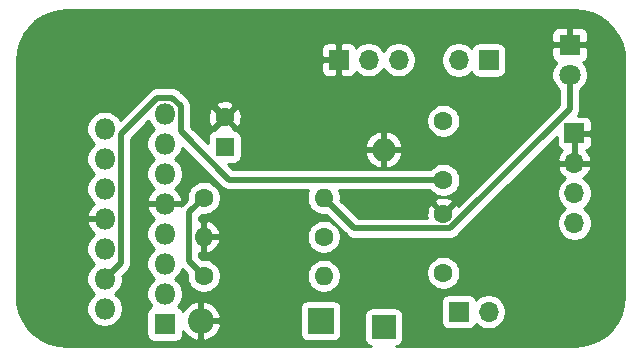
<source format=gbr>
G04 #@! TF.GenerationSoftware,KiCad,Pcbnew,(5.1.7)-1*
G04 #@! TF.CreationDate,2021-05-15T19:47:12-05:00*
G04 #@! TF.ProjectId,PortableAmpTDA,506f7274-6162-46c6-9541-6d705444412e,rev?*
G04 #@! TF.SameCoordinates,Original*
G04 #@! TF.FileFunction,Copper,L2,Bot*
G04 #@! TF.FilePolarity,Positive*
%FSLAX46Y46*%
G04 Gerber Fmt 4.6, Leading zero omitted, Abs format (unit mm)*
G04 Created by KiCad (PCBNEW (5.1.7)-1) date 2021-05-15 19:47:12*
%MOMM*%
%LPD*%
G01*
G04 APERTURE LIST*
G04 #@! TA.AperFunction,ComponentPad*
%ADD10R,1.600000X1.600000*%
G04 #@! TD*
G04 #@! TA.AperFunction,ComponentPad*
%ADD11C,1.600000*%
G04 #@! TD*
G04 #@! TA.AperFunction,ComponentPad*
%ADD12R,2.000000X2.000000*%
G04 #@! TD*
G04 #@! TA.AperFunction,ComponentPad*
%ADD13O,2.000000X2.000000*%
G04 #@! TD*
G04 #@! TA.AperFunction,ComponentPad*
%ADD14R,2.200000X2.200000*%
G04 #@! TD*
G04 #@! TA.AperFunction,ComponentPad*
%ADD15O,2.200000X2.200000*%
G04 #@! TD*
G04 #@! TA.AperFunction,ComponentPad*
%ADD16R,1.800000X1.800000*%
G04 #@! TD*
G04 #@! TA.AperFunction,ComponentPad*
%ADD17C,1.800000*%
G04 #@! TD*
G04 #@! TA.AperFunction,ComponentPad*
%ADD18O,1.700000X1.700000*%
G04 #@! TD*
G04 #@! TA.AperFunction,ComponentPad*
%ADD19R,1.700000X1.700000*%
G04 #@! TD*
G04 #@! TA.AperFunction,ComponentPad*
%ADD20O,1.600000X1.600000*%
G04 #@! TD*
G04 #@! TA.AperFunction,ComponentPad*
%ADD21O,1.800000X1.800000*%
G04 #@! TD*
G04 #@! TA.AperFunction,Conductor*
%ADD22C,0.500000*%
G04 #@! TD*
G04 #@! TA.AperFunction,Conductor*
%ADD23C,0.254000*%
G04 #@! TD*
G04 #@! TA.AperFunction,Conductor*
%ADD24C,0.100000*%
G04 #@! TD*
G04 APERTURE END LIST*
D10*
G04 #@! TO.P,C1,1*
G04 #@! TO.N,+9V*
X135382000Y-69342000D03*
D11*
G04 #@! TO.P,C1,2*
G04 #@! TO.N,GND*
X135382000Y-66842000D03*
G04 #@! TD*
G04 #@! TO.P,C2,1*
G04 #@! TO.N,+9V*
X153905000Y-80010000D03*
G04 #@! TO.P,C2,2*
G04 #@! TO.N,GND*
X153905000Y-75010000D03*
G04 #@! TD*
D12*
G04 #@! TO.P,C3,1*
G04 #@! TO.N,/pin6*
X148844000Y-84582000D03*
D13*
G04 #@! TO.P,C3,2*
G04 #@! TO.N,GND*
X148844000Y-69582000D03*
G04 #@! TD*
D11*
G04 #@! TO.P,C4,2*
G04 #@! TO.N,Net-(C4-Pad2)*
X153905000Y-67136000D03*
G04 #@! TO.P,C4,1*
G04 #@! TO.N,/pin4*
X153905000Y-72136000D03*
G04 #@! TD*
D14*
G04 #@! TO.P,D1,1*
G04 #@! TO.N,+9V*
X143510000Y-84074000D03*
D15*
G04 #@! TO.P,D1,2*
G04 #@! TO.N,GND*
X133350000Y-84074000D03*
G04 #@! TD*
D16*
G04 #@! TO.P,D2,1*
G04 #@! TO.N,GND*
X164592000Y-60706000D03*
D17*
G04 #@! TO.P,D2,2*
G04 #@! TO.N,Net-(D2-Pad2)*
X164592000Y-63246000D03*
G04 #@! TD*
D18*
G04 #@! TO.P,J1,2*
G04 #@! TO.N,Net-(J1-Pad2)*
X155194000Y-62000000D03*
D19*
G04 #@! TO.P,J1,1*
G04 #@! TO.N,Net-(J1-Pad1)*
X157734000Y-62000000D03*
G04 #@! TD*
G04 #@! TO.P,J2,1*
G04 #@! TO.N,GND*
X165000000Y-68190000D03*
D18*
G04 #@! TO.P,J2,2*
X165000000Y-70730000D03*
G04 #@! TO.P,J2,3*
G04 #@! TO.N,/Input*
X165000000Y-73270000D03*
G04 #@! TO.P,J2,4*
G04 #@! TO.N,/9V_In*
X165000000Y-75810000D03*
G04 #@! TD*
D11*
G04 #@! TO.P,R1,1*
G04 #@! TO.N,+9V*
X133604000Y-73660000D03*
D20*
G04 #@! TO.P,R1,2*
G04 #@! TO.N,Net-(D2-Pad2)*
X143764000Y-73660000D03*
G04 #@! TD*
G04 #@! TO.P,R2,2*
G04 #@! TO.N,/pin6*
X143764000Y-80264000D03*
D11*
G04 #@! TO.P,R2,1*
G04 #@! TO.N,+9V*
X133604000Y-80264000D03*
G04 #@! TD*
G04 #@! TO.P,R3,1*
G04 #@! TO.N,/pin6*
X143764000Y-76962000D03*
D20*
G04 #@! TO.P,R3,2*
G04 #@! TO.N,GND*
X133604000Y-76962000D03*
G04 #@! TD*
D19*
G04 #@! TO.P,RV1,1*
G04 #@! TO.N,GND*
X145034000Y-61976000D03*
D18*
G04 #@! TO.P,RV1,2*
G04 #@! TO.N,Net-(C4-Pad2)*
X147574000Y-61976000D03*
G04 #@! TO.P,RV1,3*
G04 #@! TO.N,/Input*
X150114000Y-61976000D03*
G04 #@! TD*
D19*
G04 #@! TO.P,SW1,1*
G04 #@! TO.N,/9V_In*
X155194000Y-83312000D03*
D18*
G04 #@! TO.P,SW1,2*
G04 #@! TO.N,+9V*
X157734000Y-83312000D03*
G04 #@! TD*
D16*
G04 #@! TO.P,U1,1*
G04 #@! TO.N,Net-(J1-Pad1)*
X130302000Y-84328000D03*
D21*
G04 #@! TO.P,U1,2*
G04 #@! TO.N,Net-(J1-Pad2)*
X125222000Y-83058000D03*
G04 #@! TO.P,U1,3*
G04 #@! TO.N,+9V*
X130302000Y-81788000D03*
G04 #@! TO.P,U1,4*
G04 #@! TO.N,/pin4*
X125222000Y-80518000D03*
G04 #@! TO.P,U1,5*
G04 #@! TO.N,N/C*
X130302000Y-79248000D03*
G04 #@! TO.P,U1,6*
G04 #@! TO.N,/pin6*
X125222000Y-77978000D03*
G04 #@! TO.P,U1,7*
X130302000Y-76708000D03*
G04 #@! TO.P,U1,8*
G04 #@! TO.N,GND*
X125222000Y-75438000D03*
G04 #@! TO.P,U1,9*
X130302000Y-74168000D03*
G04 #@! TO.P,U1,10*
G04 #@! TO.N,N/C*
X125222000Y-72898000D03*
G04 #@! TO.P,U1,11*
X130302000Y-71628000D03*
G04 #@! TO.P,U1,12*
X125222000Y-70358000D03*
G04 #@! TO.P,U1,13*
G04 #@! TO.N,+9V*
X130302000Y-69088000D03*
G04 #@! TO.P,U1,14*
G04 #@! TO.N,N/C*
X125222000Y-67818000D03*
G04 #@! TO.P,U1,15*
X130302000Y-66548000D03*
G04 #@! TD*
D22*
G04 #@! TO.N,+9V*
X132353999Y-74910001D02*
X132353999Y-79013999D01*
X132353999Y-79013999D02*
X133604000Y-80264000D01*
X133604000Y-73660000D02*
X132353999Y-74910001D01*
G04 #@! TO.N,/pin4*
X126572001Y-79167999D02*
X125222000Y-80518000D01*
X130950001Y-65197999D02*
X129653999Y-65197999D01*
X129653999Y-65197999D02*
X126572001Y-68279997D01*
X131652001Y-68022003D02*
X131652001Y-65899999D01*
X135765998Y-72136000D02*
X131652001Y-68022003D01*
X126572001Y-68279997D02*
X126572001Y-79167999D01*
X131652001Y-65899999D02*
X130950001Y-65197999D01*
X153905000Y-72136000D02*
X135765998Y-72136000D01*
G04 #@! TO.N,Net-(D2-Pad2)*
X164592000Y-66173002D02*
X164592000Y-63246000D01*
X154505001Y-76260001D02*
X164592000Y-66173002D01*
X146364001Y-76260001D02*
X154505001Y-76260001D01*
X143764000Y-73660000D02*
X146364001Y-76260001D01*
G04 #@! TD*
D23*
G04 #@! TO.N,GND*
X165745857Y-57854686D02*
X166468144Y-58052281D01*
X167144017Y-58374656D01*
X167752127Y-58811626D01*
X168273247Y-59349380D01*
X168690897Y-59970909D01*
X168991887Y-60656583D01*
X169168146Y-61390752D01*
X169215000Y-62028786D01*
X169215001Y-81965031D01*
X169145314Y-82745857D01*
X168947718Y-83468148D01*
X168625345Y-84144017D01*
X168188371Y-84752130D01*
X167650620Y-85273247D01*
X167029091Y-85690897D01*
X166343414Y-85991888D01*
X165609248Y-86168146D01*
X164971214Y-86215000D01*
X149895499Y-86215000D01*
X149968482Y-86207812D01*
X150088180Y-86171502D01*
X150198494Y-86112537D01*
X150295185Y-86033185D01*
X150374537Y-85936494D01*
X150433502Y-85826180D01*
X150469812Y-85706482D01*
X150482072Y-85582000D01*
X150482072Y-83582000D01*
X150469812Y-83457518D01*
X150433502Y-83337820D01*
X150374537Y-83227506D01*
X150295185Y-83130815D01*
X150198494Y-83051463D01*
X150088180Y-82992498D01*
X149968482Y-82956188D01*
X149844000Y-82943928D01*
X147844000Y-82943928D01*
X147719518Y-82956188D01*
X147599820Y-82992498D01*
X147489506Y-83051463D01*
X147392815Y-83130815D01*
X147313463Y-83227506D01*
X147254498Y-83337820D01*
X147218188Y-83457518D01*
X147205928Y-83582000D01*
X147205928Y-85582000D01*
X147218188Y-85706482D01*
X147254498Y-85826180D01*
X147313463Y-85936494D01*
X147392815Y-86033185D01*
X147489506Y-86112537D01*
X147599820Y-86171502D01*
X147719518Y-86207812D01*
X147792501Y-86215000D01*
X122034958Y-86215000D01*
X121254143Y-86145314D01*
X120531852Y-85947718D01*
X119855983Y-85625345D01*
X119247870Y-85188371D01*
X118726753Y-84650620D01*
X118309103Y-84029091D01*
X118008112Y-83343414D01*
X117831854Y-82609248D01*
X117785000Y-81971214D01*
X117785000Y-67666816D01*
X123687000Y-67666816D01*
X123687000Y-67969184D01*
X123745989Y-68265743D01*
X123861701Y-68545095D01*
X124029688Y-68796505D01*
X124243495Y-69010312D01*
X124359763Y-69088000D01*
X124243495Y-69165688D01*
X124029688Y-69379495D01*
X123861701Y-69630905D01*
X123745989Y-69910257D01*
X123687000Y-70206816D01*
X123687000Y-70509184D01*
X123745989Y-70805743D01*
X123861701Y-71085095D01*
X124029688Y-71336505D01*
X124243495Y-71550312D01*
X124359763Y-71628000D01*
X124243495Y-71705688D01*
X124029688Y-71919495D01*
X123861701Y-72170905D01*
X123745989Y-72450257D01*
X123687000Y-72746816D01*
X123687000Y-73049184D01*
X123745989Y-73345743D01*
X123861701Y-73625095D01*
X124029688Y-73876505D01*
X124243495Y-74090312D01*
X124364802Y-74171367D01*
X124184884Y-74306351D01*
X123984038Y-74530427D01*
X123830766Y-74789380D01*
X123730959Y-75073259D01*
X123851008Y-75311000D01*
X125095000Y-75311000D01*
X125095000Y-75291000D01*
X125349000Y-75291000D01*
X125349000Y-75311000D01*
X125369000Y-75311000D01*
X125369000Y-75565000D01*
X125349000Y-75565000D01*
X125349000Y-75585000D01*
X125095000Y-75585000D01*
X125095000Y-75565000D01*
X123851008Y-75565000D01*
X123730959Y-75802741D01*
X123830766Y-76086620D01*
X123984038Y-76345573D01*
X124184884Y-76569649D01*
X124364802Y-76704633D01*
X124243495Y-76785688D01*
X124029688Y-76999495D01*
X123861701Y-77250905D01*
X123745989Y-77530257D01*
X123687000Y-77826816D01*
X123687000Y-78129184D01*
X123745989Y-78425743D01*
X123861701Y-78705095D01*
X124029688Y-78956505D01*
X124243495Y-79170312D01*
X124359763Y-79248000D01*
X124243495Y-79325688D01*
X124029688Y-79539495D01*
X123861701Y-79790905D01*
X123745989Y-80070257D01*
X123687000Y-80366816D01*
X123687000Y-80669184D01*
X123745989Y-80965743D01*
X123861701Y-81245095D01*
X124029688Y-81496505D01*
X124243495Y-81710312D01*
X124359763Y-81788000D01*
X124243495Y-81865688D01*
X124029688Y-82079495D01*
X123861701Y-82330905D01*
X123745989Y-82610257D01*
X123687000Y-82906816D01*
X123687000Y-83209184D01*
X123745989Y-83505743D01*
X123861701Y-83785095D01*
X124029688Y-84036505D01*
X124243495Y-84250312D01*
X124494905Y-84418299D01*
X124774257Y-84534011D01*
X125070816Y-84593000D01*
X125373184Y-84593000D01*
X125669743Y-84534011D01*
X125949095Y-84418299D01*
X126200505Y-84250312D01*
X126414312Y-84036505D01*
X126582299Y-83785095D01*
X126698011Y-83505743D01*
X126713474Y-83428000D01*
X128763928Y-83428000D01*
X128763928Y-85228000D01*
X128776188Y-85352482D01*
X128812498Y-85472180D01*
X128871463Y-85582494D01*
X128950815Y-85679185D01*
X129047506Y-85758537D01*
X129157820Y-85817502D01*
X129277518Y-85853812D01*
X129402000Y-85866072D01*
X131202000Y-85866072D01*
X131326482Y-85853812D01*
X131446180Y-85817502D01*
X131556494Y-85758537D01*
X131653185Y-85679185D01*
X131732537Y-85582494D01*
X131791502Y-85472180D01*
X131827812Y-85352482D01*
X131840072Y-85228000D01*
X131840072Y-84916321D01*
X131875469Y-84988329D01*
X132082178Y-85258427D01*
X132337609Y-85483008D01*
X132631946Y-85653442D01*
X132953877Y-85763179D01*
X133223000Y-85645600D01*
X133223000Y-84201000D01*
X133477000Y-84201000D01*
X133477000Y-85645600D01*
X133746123Y-85763179D01*
X134068054Y-85653442D01*
X134362391Y-85483008D01*
X134617822Y-85258427D01*
X134824531Y-84988329D01*
X134974575Y-84683094D01*
X135039175Y-84470122D01*
X134921125Y-84201000D01*
X133477000Y-84201000D01*
X133223000Y-84201000D01*
X133203000Y-84201000D01*
X133203000Y-83947000D01*
X133223000Y-83947000D01*
X133223000Y-82502400D01*
X133477000Y-82502400D01*
X133477000Y-83947000D01*
X134921125Y-83947000D01*
X135039175Y-83677878D01*
X134974575Y-83464906D01*
X134824531Y-83159671D01*
X134682435Y-82974000D01*
X141771928Y-82974000D01*
X141771928Y-85174000D01*
X141784188Y-85298482D01*
X141820498Y-85418180D01*
X141879463Y-85528494D01*
X141958815Y-85625185D01*
X142055506Y-85704537D01*
X142165820Y-85763502D01*
X142285518Y-85799812D01*
X142410000Y-85812072D01*
X144610000Y-85812072D01*
X144734482Y-85799812D01*
X144854180Y-85763502D01*
X144964494Y-85704537D01*
X145061185Y-85625185D01*
X145140537Y-85528494D01*
X145199502Y-85418180D01*
X145235812Y-85298482D01*
X145248072Y-85174000D01*
X145248072Y-82974000D01*
X145235812Y-82849518D01*
X145199502Y-82729820D01*
X145140537Y-82619506D01*
X145061185Y-82522815D01*
X144987082Y-82462000D01*
X153705928Y-82462000D01*
X153705928Y-84162000D01*
X153718188Y-84286482D01*
X153754498Y-84406180D01*
X153813463Y-84516494D01*
X153892815Y-84613185D01*
X153989506Y-84692537D01*
X154099820Y-84751502D01*
X154219518Y-84787812D01*
X154344000Y-84800072D01*
X156044000Y-84800072D01*
X156168482Y-84787812D01*
X156288180Y-84751502D01*
X156398494Y-84692537D01*
X156495185Y-84613185D01*
X156574537Y-84516494D01*
X156633502Y-84406180D01*
X156655513Y-84333620D01*
X156787368Y-84465475D01*
X157030589Y-84627990D01*
X157300842Y-84739932D01*
X157587740Y-84797000D01*
X157880260Y-84797000D01*
X158167158Y-84739932D01*
X158437411Y-84627990D01*
X158680632Y-84465475D01*
X158887475Y-84258632D01*
X159049990Y-84015411D01*
X159161932Y-83745158D01*
X159219000Y-83458260D01*
X159219000Y-83165740D01*
X159161932Y-82878842D01*
X159049990Y-82608589D01*
X158887475Y-82365368D01*
X158680632Y-82158525D01*
X158437411Y-81996010D01*
X158167158Y-81884068D01*
X157880260Y-81827000D01*
X157587740Y-81827000D01*
X157300842Y-81884068D01*
X157030589Y-81996010D01*
X156787368Y-82158525D01*
X156655513Y-82290380D01*
X156633502Y-82217820D01*
X156574537Y-82107506D01*
X156495185Y-82010815D01*
X156398494Y-81931463D01*
X156288180Y-81872498D01*
X156168482Y-81836188D01*
X156044000Y-81823928D01*
X154344000Y-81823928D01*
X154219518Y-81836188D01*
X154099820Y-81872498D01*
X153989506Y-81931463D01*
X153892815Y-82010815D01*
X153813463Y-82107506D01*
X153754498Y-82217820D01*
X153718188Y-82337518D01*
X153705928Y-82462000D01*
X144987082Y-82462000D01*
X144964494Y-82443463D01*
X144854180Y-82384498D01*
X144734482Y-82348188D01*
X144610000Y-82335928D01*
X142410000Y-82335928D01*
X142285518Y-82348188D01*
X142165820Y-82384498D01*
X142055506Y-82443463D01*
X141958815Y-82522815D01*
X141879463Y-82619506D01*
X141820498Y-82729820D01*
X141784188Y-82849518D01*
X141771928Y-82974000D01*
X134682435Y-82974000D01*
X134617822Y-82889573D01*
X134362391Y-82664992D01*
X134068054Y-82494558D01*
X133746123Y-82384821D01*
X133477000Y-82502400D01*
X133223000Y-82502400D01*
X132953877Y-82384821D01*
X132631946Y-82494558D01*
X132337609Y-82664992D01*
X132082178Y-82889573D01*
X131875469Y-83159671D01*
X131819015Y-83274517D01*
X131791502Y-83183820D01*
X131732537Y-83073506D01*
X131653185Y-82976815D01*
X131556494Y-82897463D01*
X131446180Y-82838498D01*
X131427873Y-82832944D01*
X131494312Y-82766505D01*
X131662299Y-82515095D01*
X131778011Y-82235743D01*
X131837000Y-81939184D01*
X131837000Y-81636816D01*
X131778011Y-81340257D01*
X131662299Y-81060905D01*
X131494312Y-80809495D01*
X131280505Y-80595688D01*
X131164237Y-80518000D01*
X131280505Y-80440312D01*
X131494312Y-80226505D01*
X131662299Y-79975095D01*
X131778011Y-79695743D01*
X131779032Y-79690610D01*
X132175983Y-80087561D01*
X132169000Y-80122665D01*
X132169000Y-80405335D01*
X132224147Y-80682574D01*
X132332320Y-80943727D01*
X132489363Y-81178759D01*
X132689241Y-81378637D01*
X132924273Y-81535680D01*
X133185426Y-81643853D01*
X133462665Y-81699000D01*
X133745335Y-81699000D01*
X134022574Y-81643853D01*
X134283727Y-81535680D01*
X134518759Y-81378637D01*
X134718637Y-81178759D01*
X134875680Y-80943727D01*
X134983853Y-80682574D01*
X135039000Y-80405335D01*
X135039000Y-80122665D01*
X142329000Y-80122665D01*
X142329000Y-80405335D01*
X142384147Y-80682574D01*
X142492320Y-80943727D01*
X142649363Y-81178759D01*
X142849241Y-81378637D01*
X143084273Y-81535680D01*
X143345426Y-81643853D01*
X143622665Y-81699000D01*
X143905335Y-81699000D01*
X144182574Y-81643853D01*
X144443727Y-81535680D01*
X144678759Y-81378637D01*
X144878637Y-81178759D01*
X145035680Y-80943727D01*
X145143853Y-80682574D01*
X145199000Y-80405335D01*
X145199000Y-80122665D01*
X145148476Y-79868665D01*
X152470000Y-79868665D01*
X152470000Y-80151335D01*
X152525147Y-80428574D01*
X152633320Y-80689727D01*
X152790363Y-80924759D01*
X152990241Y-81124637D01*
X153225273Y-81281680D01*
X153486426Y-81389853D01*
X153763665Y-81445000D01*
X154046335Y-81445000D01*
X154323574Y-81389853D01*
X154584727Y-81281680D01*
X154819759Y-81124637D01*
X155019637Y-80924759D01*
X155176680Y-80689727D01*
X155284853Y-80428574D01*
X155340000Y-80151335D01*
X155340000Y-79868665D01*
X155284853Y-79591426D01*
X155176680Y-79330273D01*
X155019637Y-79095241D01*
X154819759Y-78895363D01*
X154584727Y-78738320D01*
X154323574Y-78630147D01*
X154046335Y-78575000D01*
X153763665Y-78575000D01*
X153486426Y-78630147D01*
X153225273Y-78738320D01*
X152990241Y-78895363D01*
X152790363Y-79095241D01*
X152633320Y-79330273D01*
X152525147Y-79591426D01*
X152470000Y-79868665D01*
X145148476Y-79868665D01*
X145143853Y-79845426D01*
X145035680Y-79584273D01*
X144878637Y-79349241D01*
X144678759Y-79149363D01*
X144443727Y-78992320D01*
X144182574Y-78884147D01*
X143905335Y-78829000D01*
X143622665Y-78829000D01*
X143345426Y-78884147D01*
X143084273Y-78992320D01*
X142849241Y-79149363D01*
X142649363Y-79349241D01*
X142492320Y-79584273D01*
X142384147Y-79845426D01*
X142329000Y-80122665D01*
X135039000Y-80122665D01*
X134983853Y-79845426D01*
X134875680Y-79584273D01*
X134718637Y-79349241D01*
X134518759Y-79149363D01*
X134283727Y-78992320D01*
X134022574Y-78884147D01*
X133745335Y-78829000D01*
X133462665Y-78829000D01*
X133427561Y-78835983D01*
X133238999Y-78647421D01*
X133238999Y-78348193D01*
X133254960Y-78353909D01*
X133477000Y-78232624D01*
X133477000Y-77089000D01*
X133731000Y-77089000D01*
X133731000Y-78232624D01*
X133953040Y-78353909D01*
X134217881Y-78259070D01*
X134459131Y-78114385D01*
X134667519Y-77925414D01*
X134835037Y-77699420D01*
X134955246Y-77445087D01*
X134995904Y-77311039D01*
X134873915Y-77089000D01*
X133731000Y-77089000D01*
X133477000Y-77089000D01*
X133457000Y-77089000D01*
X133457000Y-76835000D01*
X133477000Y-76835000D01*
X133477000Y-75691376D01*
X133731000Y-75691376D01*
X133731000Y-76835000D01*
X134873915Y-76835000D01*
X134881790Y-76820665D01*
X142329000Y-76820665D01*
X142329000Y-77103335D01*
X142384147Y-77380574D01*
X142492320Y-77641727D01*
X142649363Y-77876759D01*
X142849241Y-78076637D01*
X143084273Y-78233680D01*
X143345426Y-78341853D01*
X143622665Y-78397000D01*
X143905335Y-78397000D01*
X144182574Y-78341853D01*
X144443727Y-78233680D01*
X144678759Y-78076637D01*
X144878637Y-77876759D01*
X145035680Y-77641727D01*
X145143853Y-77380574D01*
X145199000Y-77103335D01*
X145199000Y-76820665D01*
X145143853Y-76543426D01*
X145035680Y-76282273D01*
X144878637Y-76047241D01*
X144678759Y-75847363D01*
X144443727Y-75690320D01*
X144182574Y-75582147D01*
X143905335Y-75527000D01*
X143622665Y-75527000D01*
X143345426Y-75582147D01*
X143084273Y-75690320D01*
X142849241Y-75847363D01*
X142649363Y-76047241D01*
X142492320Y-76282273D01*
X142384147Y-76543426D01*
X142329000Y-76820665D01*
X134881790Y-76820665D01*
X134995904Y-76612961D01*
X134955246Y-76478913D01*
X134835037Y-76224580D01*
X134667519Y-75998586D01*
X134459131Y-75809615D01*
X134217881Y-75664930D01*
X133953040Y-75570091D01*
X133731000Y-75691376D01*
X133477000Y-75691376D01*
X133254960Y-75570091D01*
X133238999Y-75575807D01*
X133238999Y-75276579D01*
X133427561Y-75088017D01*
X133462665Y-75095000D01*
X133745335Y-75095000D01*
X134022574Y-75039853D01*
X134283727Y-74931680D01*
X134518759Y-74774637D01*
X134718637Y-74574759D01*
X134875680Y-74339727D01*
X134983853Y-74078574D01*
X135039000Y-73801335D01*
X135039000Y-73518665D01*
X134983853Y-73241426D01*
X134875680Y-72980273D01*
X134718637Y-72745241D01*
X134518759Y-72545363D01*
X134283727Y-72388320D01*
X134022574Y-72280147D01*
X133745335Y-72225000D01*
X133462665Y-72225000D01*
X133185426Y-72280147D01*
X132924273Y-72388320D01*
X132689241Y-72545363D01*
X132489363Y-72745241D01*
X132332320Y-72980273D01*
X132224147Y-73241426D01*
X132169000Y-73518665D01*
X132169000Y-73801335D01*
X132175983Y-73836439D01*
X131758955Y-74253467D01*
X131725182Y-74281184D01*
X131688553Y-74325816D01*
X131672992Y-74295000D01*
X130429000Y-74295000D01*
X130429000Y-74315000D01*
X130175000Y-74315000D01*
X130175000Y-74295000D01*
X128931008Y-74295000D01*
X128810959Y-74532741D01*
X128910766Y-74816620D01*
X129064038Y-75075573D01*
X129264884Y-75299649D01*
X129444802Y-75434633D01*
X129323495Y-75515688D01*
X129109688Y-75729495D01*
X128941701Y-75980905D01*
X128825989Y-76260257D01*
X128767000Y-76556816D01*
X128767000Y-76859184D01*
X128825989Y-77155743D01*
X128941701Y-77435095D01*
X129109688Y-77686505D01*
X129323495Y-77900312D01*
X129439763Y-77978000D01*
X129323495Y-78055688D01*
X129109688Y-78269495D01*
X128941701Y-78520905D01*
X128825989Y-78800257D01*
X128767000Y-79096816D01*
X128767000Y-79399184D01*
X128825989Y-79695743D01*
X128941701Y-79975095D01*
X129109688Y-80226505D01*
X129323495Y-80440312D01*
X129439763Y-80518000D01*
X129323495Y-80595688D01*
X129109688Y-80809495D01*
X128941701Y-81060905D01*
X128825989Y-81340257D01*
X128767000Y-81636816D01*
X128767000Y-81939184D01*
X128825989Y-82235743D01*
X128941701Y-82515095D01*
X129109688Y-82766505D01*
X129176127Y-82832944D01*
X129157820Y-82838498D01*
X129047506Y-82897463D01*
X128950815Y-82976815D01*
X128871463Y-83073506D01*
X128812498Y-83183820D01*
X128776188Y-83303518D01*
X128763928Y-83428000D01*
X126713474Y-83428000D01*
X126757000Y-83209184D01*
X126757000Y-82906816D01*
X126698011Y-82610257D01*
X126582299Y-82330905D01*
X126414312Y-82079495D01*
X126200505Y-81865688D01*
X126084237Y-81788000D01*
X126200505Y-81710312D01*
X126414312Y-81496505D01*
X126582299Y-81245095D01*
X126698011Y-80965743D01*
X126757000Y-80669184D01*
X126757000Y-80366816D01*
X126735060Y-80256518D01*
X127167050Y-79824529D01*
X127200818Y-79796816D01*
X127311412Y-79662058D01*
X127393590Y-79508312D01*
X127444196Y-79341489D01*
X127457001Y-79211476D01*
X127457001Y-79211468D01*
X127461282Y-79167999D01*
X127457001Y-79124530D01*
X127457001Y-68646575D01*
X128908540Y-67195037D01*
X128941701Y-67275095D01*
X129109688Y-67526505D01*
X129323495Y-67740312D01*
X129439763Y-67818000D01*
X129323495Y-67895688D01*
X129109688Y-68109495D01*
X128941701Y-68360905D01*
X128825989Y-68640257D01*
X128767000Y-68936816D01*
X128767000Y-69239184D01*
X128825989Y-69535743D01*
X128941701Y-69815095D01*
X129109688Y-70066505D01*
X129323495Y-70280312D01*
X129439763Y-70358000D01*
X129323495Y-70435688D01*
X129109688Y-70649495D01*
X128941701Y-70900905D01*
X128825989Y-71180257D01*
X128767000Y-71476816D01*
X128767000Y-71779184D01*
X128825989Y-72075743D01*
X128941701Y-72355095D01*
X129109688Y-72606505D01*
X129323495Y-72820312D01*
X129444802Y-72901367D01*
X129264884Y-73036351D01*
X129064038Y-73260427D01*
X128910766Y-73519380D01*
X128810959Y-73803259D01*
X128931008Y-74041000D01*
X130175000Y-74041000D01*
X130175000Y-74021000D01*
X130429000Y-74021000D01*
X130429000Y-74041000D01*
X131672992Y-74041000D01*
X131793041Y-73803259D01*
X131693234Y-73519380D01*
X131539962Y-73260427D01*
X131339116Y-73036351D01*
X131159198Y-72901367D01*
X131280505Y-72820312D01*
X131494312Y-72606505D01*
X131662299Y-72355095D01*
X131778011Y-72075743D01*
X131837000Y-71779184D01*
X131837000Y-71476816D01*
X131778011Y-71180257D01*
X131662299Y-70900905D01*
X131494312Y-70649495D01*
X131280505Y-70435688D01*
X131164237Y-70358000D01*
X131280505Y-70280312D01*
X131494312Y-70066505D01*
X131662299Y-69815095D01*
X131778011Y-69535743D01*
X131800600Y-69422180D01*
X135109468Y-72731049D01*
X135137181Y-72764817D01*
X135170949Y-72792530D01*
X135170951Y-72792532D01*
X135199214Y-72815727D01*
X135271939Y-72875411D01*
X135425685Y-72957589D01*
X135592508Y-73008195D01*
X135722521Y-73021000D01*
X135722531Y-73021000D01*
X135765997Y-73025281D01*
X135809463Y-73021000D01*
X142475450Y-73021000D01*
X142384147Y-73241426D01*
X142329000Y-73518665D01*
X142329000Y-73801335D01*
X142384147Y-74078574D01*
X142492320Y-74339727D01*
X142649363Y-74574759D01*
X142849241Y-74774637D01*
X143084273Y-74931680D01*
X143345426Y-75039853D01*
X143622665Y-75095000D01*
X143905335Y-75095000D01*
X143940439Y-75088017D01*
X145707471Y-76855050D01*
X145735184Y-76888818D01*
X145768952Y-76916531D01*
X145768954Y-76916533D01*
X145869942Y-76999412D01*
X146023687Y-77081590D01*
X146170053Y-77125990D01*
X146190511Y-77132196D01*
X146320524Y-77145001D01*
X146320532Y-77145001D01*
X146364001Y-77149282D01*
X146407470Y-77145001D01*
X154461532Y-77145001D01*
X154505001Y-77149282D01*
X154548470Y-77145001D01*
X154548478Y-77145001D01*
X154678491Y-77132196D01*
X154845314Y-77081590D01*
X154999060Y-76999412D01*
X155133818Y-76888818D01*
X155161535Y-76855045D01*
X158892840Y-73123740D01*
X163515000Y-73123740D01*
X163515000Y-73416260D01*
X163572068Y-73703158D01*
X163684010Y-73973411D01*
X163846525Y-74216632D01*
X164053368Y-74423475D01*
X164227760Y-74540000D01*
X164053368Y-74656525D01*
X163846525Y-74863368D01*
X163684010Y-75106589D01*
X163572068Y-75376842D01*
X163515000Y-75663740D01*
X163515000Y-75956260D01*
X163572068Y-76243158D01*
X163684010Y-76513411D01*
X163846525Y-76756632D01*
X164053368Y-76963475D01*
X164296589Y-77125990D01*
X164566842Y-77237932D01*
X164853740Y-77295000D01*
X165146260Y-77295000D01*
X165433158Y-77237932D01*
X165703411Y-77125990D01*
X165946632Y-76963475D01*
X166153475Y-76756632D01*
X166315990Y-76513411D01*
X166427932Y-76243158D01*
X166485000Y-75956260D01*
X166485000Y-75663740D01*
X166427932Y-75376842D01*
X166315990Y-75106589D01*
X166153475Y-74863368D01*
X165946632Y-74656525D01*
X165772240Y-74540000D01*
X165946632Y-74423475D01*
X166153475Y-74216632D01*
X166315990Y-73973411D01*
X166427932Y-73703158D01*
X166485000Y-73416260D01*
X166485000Y-73123740D01*
X166427932Y-72836842D01*
X166315990Y-72566589D01*
X166153475Y-72323368D01*
X165946632Y-72116525D01*
X165764466Y-71994805D01*
X165881355Y-71925178D01*
X166097588Y-71730269D01*
X166271641Y-71496920D01*
X166396825Y-71234099D01*
X166441476Y-71086890D01*
X166320155Y-70857000D01*
X165127000Y-70857000D01*
X165127000Y-70877000D01*
X164873000Y-70877000D01*
X164873000Y-70857000D01*
X163679845Y-70857000D01*
X163558524Y-71086890D01*
X163603175Y-71234099D01*
X163728359Y-71496920D01*
X163902412Y-71730269D01*
X164118645Y-71925178D01*
X164235534Y-71994805D01*
X164053368Y-72116525D01*
X163846525Y-72323368D01*
X163684010Y-72566589D01*
X163572068Y-72836842D01*
X163515000Y-73123740D01*
X158892840Y-73123740D01*
X163514859Y-68501722D01*
X163511928Y-69040000D01*
X163524188Y-69164482D01*
X163560498Y-69284180D01*
X163619463Y-69394494D01*
X163698815Y-69491185D01*
X163795506Y-69570537D01*
X163905820Y-69629502D01*
X163986466Y-69653966D01*
X163902412Y-69729731D01*
X163728359Y-69963080D01*
X163603175Y-70225901D01*
X163558524Y-70373110D01*
X163679845Y-70603000D01*
X164873000Y-70603000D01*
X164873000Y-68317000D01*
X165127000Y-68317000D01*
X165127000Y-70603000D01*
X166320155Y-70603000D01*
X166441476Y-70373110D01*
X166396825Y-70225901D01*
X166271641Y-69963080D01*
X166097588Y-69729731D01*
X166013534Y-69653966D01*
X166094180Y-69629502D01*
X166204494Y-69570537D01*
X166301185Y-69491185D01*
X166380537Y-69394494D01*
X166439502Y-69284180D01*
X166475812Y-69164482D01*
X166488072Y-69040000D01*
X166485000Y-68475750D01*
X166326250Y-68317000D01*
X165127000Y-68317000D01*
X164873000Y-68317000D01*
X164853000Y-68317000D01*
X164853000Y-68063000D01*
X164873000Y-68063000D01*
X164873000Y-68043000D01*
X165127000Y-68043000D01*
X165127000Y-68063000D01*
X166326250Y-68063000D01*
X166485000Y-67904250D01*
X166488072Y-67340000D01*
X166475812Y-67215518D01*
X166439502Y-67095820D01*
X166380537Y-66985506D01*
X166301185Y-66888815D01*
X166204494Y-66809463D01*
X166094180Y-66750498D01*
X165974482Y-66714188D01*
X165850000Y-66701928D01*
X165300340Y-66704921D01*
X165331411Y-66667061D01*
X165353525Y-66625688D01*
X165413589Y-66513315D01*
X165464195Y-66346492D01*
X165477000Y-66216479D01*
X165477000Y-66216471D01*
X165481281Y-66173002D01*
X165477000Y-66129533D01*
X165477000Y-64500790D01*
X165570505Y-64438312D01*
X165784312Y-64224505D01*
X165952299Y-63973095D01*
X166068011Y-63693743D01*
X166127000Y-63397184D01*
X166127000Y-63094816D01*
X166068011Y-62798257D01*
X165952299Y-62518905D01*
X165784312Y-62267495D01*
X165717873Y-62201056D01*
X165736180Y-62195502D01*
X165846494Y-62136537D01*
X165943185Y-62057185D01*
X166022537Y-61960494D01*
X166081502Y-61850180D01*
X166117812Y-61730482D01*
X166130072Y-61606000D01*
X166127000Y-60991750D01*
X165968250Y-60833000D01*
X164719000Y-60833000D01*
X164719000Y-60853000D01*
X164465000Y-60853000D01*
X164465000Y-60833000D01*
X163215750Y-60833000D01*
X163057000Y-60991750D01*
X163053928Y-61606000D01*
X163066188Y-61730482D01*
X163102498Y-61850180D01*
X163161463Y-61960494D01*
X163240815Y-62057185D01*
X163337506Y-62136537D01*
X163447820Y-62195502D01*
X163466127Y-62201056D01*
X163399688Y-62267495D01*
X163231701Y-62518905D01*
X163115989Y-62798257D01*
X163057000Y-63094816D01*
X163057000Y-63397184D01*
X163115989Y-63693743D01*
X163231701Y-63973095D01*
X163399688Y-64224505D01*
X163613495Y-64438312D01*
X163707001Y-64500791D01*
X163707000Y-65806423D01*
X155177641Y-74335782D01*
X155141671Y-74268486D01*
X154897702Y-74196903D01*
X154084605Y-75010000D01*
X154098748Y-75024143D01*
X153919143Y-75203748D01*
X153905000Y-75189605D01*
X153890858Y-75203748D01*
X153711253Y-75024143D01*
X153725395Y-75010000D01*
X152912298Y-74196903D01*
X152668329Y-74268486D01*
X152547429Y-74523996D01*
X152478700Y-74798184D01*
X152464783Y-75080512D01*
X152506213Y-75360130D01*
X152511531Y-75375001D01*
X146730580Y-75375001D01*
X145192017Y-73836439D01*
X145199000Y-73801335D01*
X145199000Y-73518665D01*
X145143853Y-73241426D01*
X145052550Y-73021000D01*
X152770479Y-73021000D01*
X152790363Y-73050759D01*
X152990241Y-73250637D01*
X153225273Y-73407680D01*
X153486426Y-73515853D01*
X153763665Y-73571000D01*
X153826274Y-73571000D01*
X153554870Y-73611213D01*
X153288708Y-73706397D01*
X153163486Y-73773329D01*
X153091903Y-74017298D01*
X153905000Y-74830395D01*
X154718097Y-74017298D01*
X154646514Y-73773329D01*
X154391004Y-73652429D01*
X154116816Y-73583700D01*
X153859177Y-73571000D01*
X154046335Y-73571000D01*
X154323574Y-73515853D01*
X154584727Y-73407680D01*
X154819759Y-73250637D01*
X155019637Y-73050759D01*
X155176680Y-72815727D01*
X155284853Y-72554574D01*
X155340000Y-72277335D01*
X155340000Y-71994665D01*
X155284853Y-71717426D01*
X155176680Y-71456273D01*
X155019637Y-71221241D01*
X154819759Y-71021363D01*
X154584727Y-70864320D01*
X154323574Y-70756147D01*
X154046335Y-70701000D01*
X153763665Y-70701000D01*
X153486426Y-70756147D01*
X153225273Y-70864320D01*
X152990241Y-71021363D01*
X152790363Y-71221241D01*
X152770479Y-71251000D01*
X136132577Y-71251000D01*
X135661649Y-70780072D01*
X136182000Y-70780072D01*
X136306482Y-70767812D01*
X136426180Y-70731502D01*
X136536494Y-70672537D01*
X136633185Y-70593185D01*
X136712537Y-70496494D01*
X136771502Y-70386180D01*
X136807812Y-70266482D01*
X136820072Y-70142000D01*
X136820072Y-69962435D01*
X147253871Y-69962435D01*
X147358644Y-70265344D01*
X147520499Y-70541992D01*
X147733215Y-70781748D01*
X147988618Y-70975399D01*
X148276893Y-71115502D01*
X148463566Y-71172124D01*
X148717000Y-71052777D01*
X148717000Y-69709000D01*
X148971000Y-69709000D01*
X148971000Y-71052777D01*
X149224434Y-71172124D01*
X149411107Y-71115502D01*
X149699382Y-70975399D01*
X149954785Y-70781748D01*
X150167501Y-70541992D01*
X150329356Y-70265344D01*
X150434129Y-69962435D01*
X150315315Y-69709000D01*
X148971000Y-69709000D01*
X148717000Y-69709000D01*
X147372685Y-69709000D01*
X147253871Y-69962435D01*
X136820072Y-69962435D01*
X136820072Y-69201565D01*
X147253871Y-69201565D01*
X147372685Y-69455000D01*
X148717000Y-69455000D01*
X148717000Y-68111223D01*
X148971000Y-68111223D01*
X148971000Y-69455000D01*
X150315315Y-69455000D01*
X150434129Y-69201565D01*
X150329356Y-68898656D01*
X150167501Y-68622008D01*
X149954785Y-68382252D01*
X149699382Y-68188601D01*
X149411107Y-68048498D01*
X149224434Y-67991876D01*
X148971000Y-68111223D01*
X148717000Y-68111223D01*
X148463566Y-67991876D01*
X148276893Y-68048498D01*
X147988618Y-68188601D01*
X147733215Y-68382252D01*
X147520499Y-68622008D01*
X147358644Y-68898656D01*
X147253871Y-69201565D01*
X136820072Y-69201565D01*
X136820072Y-68542000D01*
X136807812Y-68417518D01*
X136771502Y-68297820D01*
X136712537Y-68187506D01*
X136633185Y-68090815D01*
X136536494Y-68011463D01*
X136426180Y-67952498D01*
X136306482Y-67916188D01*
X136182000Y-67903928D01*
X136174785Y-67903928D01*
X136195097Y-67834702D01*
X135382000Y-67021605D01*
X134568903Y-67834702D01*
X134589215Y-67903928D01*
X134582000Y-67903928D01*
X134457518Y-67916188D01*
X134337820Y-67952498D01*
X134227506Y-68011463D01*
X134130815Y-68090815D01*
X134051463Y-68187506D01*
X133992498Y-68297820D01*
X133956188Y-68417518D01*
X133943928Y-68542000D01*
X133943928Y-69062352D01*
X132537001Y-67655425D01*
X132537001Y-66912512D01*
X133941783Y-66912512D01*
X133983213Y-67192130D01*
X134078397Y-67458292D01*
X134145329Y-67583514D01*
X134389298Y-67655097D01*
X135202395Y-66842000D01*
X135561605Y-66842000D01*
X136374702Y-67655097D01*
X136618671Y-67583514D01*
X136739571Y-67328004D01*
X136808300Y-67053816D01*
X136811215Y-66994665D01*
X152470000Y-66994665D01*
X152470000Y-67277335D01*
X152525147Y-67554574D01*
X152633320Y-67815727D01*
X152790363Y-68050759D01*
X152990241Y-68250637D01*
X153225273Y-68407680D01*
X153486426Y-68515853D01*
X153763665Y-68571000D01*
X154046335Y-68571000D01*
X154323574Y-68515853D01*
X154584727Y-68407680D01*
X154819759Y-68250637D01*
X155019637Y-68050759D01*
X155176680Y-67815727D01*
X155284853Y-67554574D01*
X155340000Y-67277335D01*
X155340000Y-66994665D01*
X155284853Y-66717426D01*
X155176680Y-66456273D01*
X155019637Y-66221241D01*
X154819759Y-66021363D01*
X154584727Y-65864320D01*
X154323574Y-65756147D01*
X154046335Y-65701000D01*
X153763665Y-65701000D01*
X153486426Y-65756147D01*
X153225273Y-65864320D01*
X152990241Y-66021363D01*
X152790363Y-66221241D01*
X152633320Y-66456273D01*
X152525147Y-66717426D01*
X152470000Y-66994665D01*
X136811215Y-66994665D01*
X136822217Y-66771488D01*
X136780787Y-66491870D01*
X136685603Y-66225708D01*
X136618671Y-66100486D01*
X136374702Y-66028903D01*
X135561605Y-66842000D01*
X135202395Y-66842000D01*
X134389298Y-66028903D01*
X134145329Y-66100486D01*
X134024429Y-66355996D01*
X133955700Y-66630184D01*
X133941783Y-66912512D01*
X132537001Y-66912512D01*
X132537001Y-65943468D01*
X132541282Y-65899999D01*
X132537001Y-65856530D01*
X132537001Y-65856522D01*
X132536290Y-65849298D01*
X134568903Y-65849298D01*
X135382000Y-66662395D01*
X136195097Y-65849298D01*
X136123514Y-65605329D01*
X135868004Y-65484429D01*
X135593816Y-65415700D01*
X135311488Y-65401783D01*
X135031870Y-65443213D01*
X134765708Y-65538397D01*
X134640486Y-65605329D01*
X134568903Y-65849298D01*
X132536290Y-65849298D01*
X132524196Y-65726509D01*
X132473590Y-65559686D01*
X132391412Y-65405940D01*
X132388000Y-65401783D01*
X132308533Y-65304952D01*
X132308531Y-65304950D01*
X132280818Y-65271182D01*
X132247050Y-65243469D01*
X131606535Y-64602955D01*
X131578818Y-64569182D01*
X131444060Y-64458588D01*
X131290314Y-64376410D01*
X131123491Y-64325804D01*
X130993478Y-64312999D01*
X130993470Y-64312999D01*
X130950001Y-64308718D01*
X130906532Y-64312999D01*
X129697464Y-64312999D01*
X129653998Y-64308718D01*
X129610532Y-64312999D01*
X129610522Y-64312999D01*
X129480509Y-64325804D01*
X129313686Y-64376410D01*
X129159940Y-64458588D01*
X129159938Y-64458589D01*
X129159939Y-64458589D01*
X129058952Y-64541467D01*
X129058950Y-64541469D01*
X129025182Y-64569182D01*
X128997469Y-64602950D01*
X126553146Y-67047274D01*
X126414312Y-66839495D01*
X126200505Y-66625688D01*
X125949095Y-66457701D01*
X125669743Y-66341989D01*
X125373184Y-66283000D01*
X125070816Y-66283000D01*
X124774257Y-66341989D01*
X124494905Y-66457701D01*
X124243495Y-66625688D01*
X124029688Y-66839495D01*
X123861701Y-67090905D01*
X123745989Y-67370257D01*
X123687000Y-67666816D01*
X117785000Y-67666816D01*
X117785000Y-62826000D01*
X143545928Y-62826000D01*
X143558188Y-62950482D01*
X143594498Y-63070180D01*
X143653463Y-63180494D01*
X143732815Y-63277185D01*
X143829506Y-63356537D01*
X143939820Y-63415502D01*
X144059518Y-63451812D01*
X144184000Y-63464072D01*
X144748250Y-63461000D01*
X144907000Y-63302250D01*
X144907000Y-62103000D01*
X143707750Y-62103000D01*
X143549000Y-62261750D01*
X143545928Y-62826000D01*
X117785000Y-62826000D01*
X117785000Y-62034958D01*
X117854686Y-61254143D01*
X117889741Y-61126000D01*
X143545928Y-61126000D01*
X143549000Y-61690250D01*
X143707750Y-61849000D01*
X144907000Y-61849000D01*
X144907000Y-60649750D01*
X145161000Y-60649750D01*
X145161000Y-61849000D01*
X145181000Y-61849000D01*
X145181000Y-62103000D01*
X145161000Y-62103000D01*
X145161000Y-63302250D01*
X145319750Y-63461000D01*
X145884000Y-63464072D01*
X146008482Y-63451812D01*
X146128180Y-63415502D01*
X146238494Y-63356537D01*
X146335185Y-63277185D01*
X146414537Y-63180494D01*
X146473502Y-63070180D01*
X146495513Y-62997620D01*
X146627368Y-63129475D01*
X146870589Y-63291990D01*
X147140842Y-63403932D01*
X147427740Y-63461000D01*
X147720260Y-63461000D01*
X148007158Y-63403932D01*
X148277411Y-63291990D01*
X148520632Y-63129475D01*
X148727475Y-62922632D01*
X148844000Y-62748240D01*
X148960525Y-62922632D01*
X149167368Y-63129475D01*
X149410589Y-63291990D01*
X149680842Y-63403932D01*
X149967740Y-63461000D01*
X150260260Y-63461000D01*
X150547158Y-63403932D01*
X150817411Y-63291990D01*
X151060632Y-63129475D01*
X151267475Y-62922632D01*
X151429990Y-62679411D01*
X151541932Y-62409158D01*
X151599000Y-62122260D01*
X151599000Y-61853740D01*
X153709000Y-61853740D01*
X153709000Y-62146260D01*
X153766068Y-62433158D01*
X153878010Y-62703411D01*
X154040525Y-62946632D01*
X154247368Y-63153475D01*
X154490589Y-63315990D01*
X154760842Y-63427932D01*
X155047740Y-63485000D01*
X155340260Y-63485000D01*
X155627158Y-63427932D01*
X155897411Y-63315990D01*
X156140632Y-63153475D01*
X156272487Y-63021620D01*
X156294498Y-63094180D01*
X156353463Y-63204494D01*
X156432815Y-63301185D01*
X156529506Y-63380537D01*
X156639820Y-63439502D01*
X156759518Y-63475812D01*
X156884000Y-63488072D01*
X158584000Y-63488072D01*
X158708482Y-63475812D01*
X158828180Y-63439502D01*
X158938494Y-63380537D01*
X159035185Y-63301185D01*
X159114537Y-63204494D01*
X159173502Y-63094180D01*
X159209812Y-62974482D01*
X159222072Y-62850000D01*
X159222072Y-61150000D01*
X159209812Y-61025518D01*
X159173502Y-60905820D01*
X159114537Y-60795506D01*
X159035185Y-60698815D01*
X158938494Y-60619463D01*
X158828180Y-60560498D01*
X158708482Y-60524188D01*
X158584000Y-60511928D01*
X156884000Y-60511928D01*
X156759518Y-60524188D01*
X156639820Y-60560498D01*
X156529506Y-60619463D01*
X156432815Y-60698815D01*
X156353463Y-60795506D01*
X156294498Y-60905820D01*
X156272487Y-60978380D01*
X156140632Y-60846525D01*
X155897411Y-60684010D01*
X155627158Y-60572068D01*
X155340260Y-60515000D01*
X155047740Y-60515000D01*
X154760842Y-60572068D01*
X154490589Y-60684010D01*
X154247368Y-60846525D01*
X154040525Y-61053368D01*
X153878010Y-61296589D01*
X153766068Y-61566842D01*
X153709000Y-61853740D01*
X151599000Y-61853740D01*
X151599000Y-61829740D01*
X151541932Y-61542842D01*
X151429990Y-61272589D01*
X151267475Y-61029368D01*
X151060632Y-60822525D01*
X150817411Y-60660010D01*
X150547158Y-60548068D01*
X150260260Y-60491000D01*
X149967740Y-60491000D01*
X149680842Y-60548068D01*
X149410589Y-60660010D01*
X149167368Y-60822525D01*
X148960525Y-61029368D01*
X148844000Y-61203760D01*
X148727475Y-61029368D01*
X148520632Y-60822525D01*
X148277411Y-60660010D01*
X148007158Y-60548068D01*
X147720260Y-60491000D01*
X147427740Y-60491000D01*
X147140842Y-60548068D01*
X146870589Y-60660010D01*
X146627368Y-60822525D01*
X146495513Y-60954380D01*
X146473502Y-60881820D01*
X146414537Y-60771506D01*
X146335185Y-60674815D01*
X146238494Y-60595463D01*
X146128180Y-60536498D01*
X146008482Y-60500188D01*
X145884000Y-60487928D01*
X145319750Y-60491000D01*
X145161000Y-60649750D01*
X144907000Y-60649750D01*
X144748250Y-60491000D01*
X144184000Y-60487928D01*
X144059518Y-60500188D01*
X143939820Y-60536498D01*
X143829506Y-60595463D01*
X143732815Y-60674815D01*
X143653463Y-60771506D01*
X143594498Y-60881820D01*
X143558188Y-61001518D01*
X143545928Y-61126000D01*
X117889741Y-61126000D01*
X118052281Y-60531856D01*
X118374656Y-59855983D01*
X118410572Y-59806000D01*
X163053928Y-59806000D01*
X163057000Y-60420250D01*
X163215750Y-60579000D01*
X164465000Y-60579000D01*
X164465000Y-59329750D01*
X164719000Y-59329750D01*
X164719000Y-60579000D01*
X165968250Y-60579000D01*
X166127000Y-60420250D01*
X166130072Y-59806000D01*
X166117812Y-59681518D01*
X166081502Y-59561820D01*
X166022537Y-59451506D01*
X165943185Y-59354815D01*
X165846494Y-59275463D01*
X165736180Y-59216498D01*
X165616482Y-59180188D01*
X165492000Y-59167928D01*
X164877750Y-59171000D01*
X164719000Y-59329750D01*
X164465000Y-59329750D01*
X164306250Y-59171000D01*
X163692000Y-59167928D01*
X163567518Y-59180188D01*
X163447820Y-59216498D01*
X163337506Y-59275463D01*
X163240815Y-59354815D01*
X163161463Y-59451506D01*
X163102498Y-59561820D01*
X163066188Y-59681518D01*
X163053928Y-59806000D01*
X118410572Y-59806000D01*
X118811626Y-59247873D01*
X119349380Y-58726753D01*
X119970909Y-58309103D01*
X120656583Y-58008113D01*
X121390752Y-57831854D01*
X122028786Y-57785000D01*
X164965042Y-57785000D01*
X165745857Y-57854686D01*
G04 #@! TA.AperFunction,Conductor*
D24*
G36*
X165745857Y-57854686D02*
G01*
X166468144Y-58052281D01*
X167144017Y-58374656D01*
X167752127Y-58811626D01*
X168273247Y-59349380D01*
X168690897Y-59970909D01*
X168991887Y-60656583D01*
X169168146Y-61390752D01*
X169215000Y-62028786D01*
X169215001Y-81965031D01*
X169145314Y-82745857D01*
X168947718Y-83468148D01*
X168625345Y-84144017D01*
X168188371Y-84752130D01*
X167650620Y-85273247D01*
X167029091Y-85690897D01*
X166343414Y-85991888D01*
X165609248Y-86168146D01*
X164971214Y-86215000D01*
X149895499Y-86215000D01*
X149968482Y-86207812D01*
X150088180Y-86171502D01*
X150198494Y-86112537D01*
X150295185Y-86033185D01*
X150374537Y-85936494D01*
X150433502Y-85826180D01*
X150469812Y-85706482D01*
X150482072Y-85582000D01*
X150482072Y-83582000D01*
X150469812Y-83457518D01*
X150433502Y-83337820D01*
X150374537Y-83227506D01*
X150295185Y-83130815D01*
X150198494Y-83051463D01*
X150088180Y-82992498D01*
X149968482Y-82956188D01*
X149844000Y-82943928D01*
X147844000Y-82943928D01*
X147719518Y-82956188D01*
X147599820Y-82992498D01*
X147489506Y-83051463D01*
X147392815Y-83130815D01*
X147313463Y-83227506D01*
X147254498Y-83337820D01*
X147218188Y-83457518D01*
X147205928Y-83582000D01*
X147205928Y-85582000D01*
X147218188Y-85706482D01*
X147254498Y-85826180D01*
X147313463Y-85936494D01*
X147392815Y-86033185D01*
X147489506Y-86112537D01*
X147599820Y-86171502D01*
X147719518Y-86207812D01*
X147792501Y-86215000D01*
X122034958Y-86215000D01*
X121254143Y-86145314D01*
X120531852Y-85947718D01*
X119855983Y-85625345D01*
X119247870Y-85188371D01*
X118726753Y-84650620D01*
X118309103Y-84029091D01*
X118008112Y-83343414D01*
X117831854Y-82609248D01*
X117785000Y-81971214D01*
X117785000Y-67666816D01*
X123687000Y-67666816D01*
X123687000Y-67969184D01*
X123745989Y-68265743D01*
X123861701Y-68545095D01*
X124029688Y-68796505D01*
X124243495Y-69010312D01*
X124359763Y-69088000D01*
X124243495Y-69165688D01*
X124029688Y-69379495D01*
X123861701Y-69630905D01*
X123745989Y-69910257D01*
X123687000Y-70206816D01*
X123687000Y-70509184D01*
X123745989Y-70805743D01*
X123861701Y-71085095D01*
X124029688Y-71336505D01*
X124243495Y-71550312D01*
X124359763Y-71628000D01*
X124243495Y-71705688D01*
X124029688Y-71919495D01*
X123861701Y-72170905D01*
X123745989Y-72450257D01*
X123687000Y-72746816D01*
X123687000Y-73049184D01*
X123745989Y-73345743D01*
X123861701Y-73625095D01*
X124029688Y-73876505D01*
X124243495Y-74090312D01*
X124364802Y-74171367D01*
X124184884Y-74306351D01*
X123984038Y-74530427D01*
X123830766Y-74789380D01*
X123730959Y-75073259D01*
X123851008Y-75311000D01*
X125095000Y-75311000D01*
X125095000Y-75291000D01*
X125349000Y-75291000D01*
X125349000Y-75311000D01*
X125369000Y-75311000D01*
X125369000Y-75565000D01*
X125349000Y-75565000D01*
X125349000Y-75585000D01*
X125095000Y-75585000D01*
X125095000Y-75565000D01*
X123851008Y-75565000D01*
X123730959Y-75802741D01*
X123830766Y-76086620D01*
X123984038Y-76345573D01*
X124184884Y-76569649D01*
X124364802Y-76704633D01*
X124243495Y-76785688D01*
X124029688Y-76999495D01*
X123861701Y-77250905D01*
X123745989Y-77530257D01*
X123687000Y-77826816D01*
X123687000Y-78129184D01*
X123745989Y-78425743D01*
X123861701Y-78705095D01*
X124029688Y-78956505D01*
X124243495Y-79170312D01*
X124359763Y-79248000D01*
X124243495Y-79325688D01*
X124029688Y-79539495D01*
X123861701Y-79790905D01*
X123745989Y-80070257D01*
X123687000Y-80366816D01*
X123687000Y-80669184D01*
X123745989Y-80965743D01*
X123861701Y-81245095D01*
X124029688Y-81496505D01*
X124243495Y-81710312D01*
X124359763Y-81788000D01*
X124243495Y-81865688D01*
X124029688Y-82079495D01*
X123861701Y-82330905D01*
X123745989Y-82610257D01*
X123687000Y-82906816D01*
X123687000Y-83209184D01*
X123745989Y-83505743D01*
X123861701Y-83785095D01*
X124029688Y-84036505D01*
X124243495Y-84250312D01*
X124494905Y-84418299D01*
X124774257Y-84534011D01*
X125070816Y-84593000D01*
X125373184Y-84593000D01*
X125669743Y-84534011D01*
X125949095Y-84418299D01*
X126200505Y-84250312D01*
X126414312Y-84036505D01*
X126582299Y-83785095D01*
X126698011Y-83505743D01*
X126713474Y-83428000D01*
X128763928Y-83428000D01*
X128763928Y-85228000D01*
X128776188Y-85352482D01*
X128812498Y-85472180D01*
X128871463Y-85582494D01*
X128950815Y-85679185D01*
X129047506Y-85758537D01*
X129157820Y-85817502D01*
X129277518Y-85853812D01*
X129402000Y-85866072D01*
X131202000Y-85866072D01*
X131326482Y-85853812D01*
X131446180Y-85817502D01*
X131556494Y-85758537D01*
X131653185Y-85679185D01*
X131732537Y-85582494D01*
X131791502Y-85472180D01*
X131827812Y-85352482D01*
X131840072Y-85228000D01*
X131840072Y-84916321D01*
X131875469Y-84988329D01*
X132082178Y-85258427D01*
X132337609Y-85483008D01*
X132631946Y-85653442D01*
X132953877Y-85763179D01*
X133223000Y-85645600D01*
X133223000Y-84201000D01*
X133477000Y-84201000D01*
X133477000Y-85645600D01*
X133746123Y-85763179D01*
X134068054Y-85653442D01*
X134362391Y-85483008D01*
X134617822Y-85258427D01*
X134824531Y-84988329D01*
X134974575Y-84683094D01*
X135039175Y-84470122D01*
X134921125Y-84201000D01*
X133477000Y-84201000D01*
X133223000Y-84201000D01*
X133203000Y-84201000D01*
X133203000Y-83947000D01*
X133223000Y-83947000D01*
X133223000Y-82502400D01*
X133477000Y-82502400D01*
X133477000Y-83947000D01*
X134921125Y-83947000D01*
X135039175Y-83677878D01*
X134974575Y-83464906D01*
X134824531Y-83159671D01*
X134682435Y-82974000D01*
X141771928Y-82974000D01*
X141771928Y-85174000D01*
X141784188Y-85298482D01*
X141820498Y-85418180D01*
X141879463Y-85528494D01*
X141958815Y-85625185D01*
X142055506Y-85704537D01*
X142165820Y-85763502D01*
X142285518Y-85799812D01*
X142410000Y-85812072D01*
X144610000Y-85812072D01*
X144734482Y-85799812D01*
X144854180Y-85763502D01*
X144964494Y-85704537D01*
X145061185Y-85625185D01*
X145140537Y-85528494D01*
X145199502Y-85418180D01*
X145235812Y-85298482D01*
X145248072Y-85174000D01*
X145248072Y-82974000D01*
X145235812Y-82849518D01*
X145199502Y-82729820D01*
X145140537Y-82619506D01*
X145061185Y-82522815D01*
X144987082Y-82462000D01*
X153705928Y-82462000D01*
X153705928Y-84162000D01*
X153718188Y-84286482D01*
X153754498Y-84406180D01*
X153813463Y-84516494D01*
X153892815Y-84613185D01*
X153989506Y-84692537D01*
X154099820Y-84751502D01*
X154219518Y-84787812D01*
X154344000Y-84800072D01*
X156044000Y-84800072D01*
X156168482Y-84787812D01*
X156288180Y-84751502D01*
X156398494Y-84692537D01*
X156495185Y-84613185D01*
X156574537Y-84516494D01*
X156633502Y-84406180D01*
X156655513Y-84333620D01*
X156787368Y-84465475D01*
X157030589Y-84627990D01*
X157300842Y-84739932D01*
X157587740Y-84797000D01*
X157880260Y-84797000D01*
X158167158Y-84739932D01*
X158437411Y-84627990D01*
X158680632Y-84465475D01*
X158887475Y-84258632D01*
X159049990Y-84015411D01*
X159161932Y-83745158D01*
X159219000Y-83458260D01*
X159219000Y-83165740D01*
X159161932Y-82878842D01*
X159049990Y-82608589D01*
X158887475Y-82365368D01*
X158680632Y-82158525D01*
X158437411Y-81996010D01*
X158167158Y-81884068D01*
X157880260Y-81827000D01*
X157587740Y-81827000D01*
X157300842Y-81884068D01*
X157030589Y-81996010D01*
X156787368Y-82158525D01*
X156655513Y-82290380D01*
X156633502Y-82217820D01*
X156574537Y-82107506D01*
X156495185Y-82010815D01*
X156398494Y-81931463D01*
X156288180Y-81872498D01*
X156168482Y-81836188D01*
X156044000Y-81823928D01*
X154344000Y-81823928D01*
X154219518Y-81836188D01*
X154099820Y-81872498D01*
X153989506Y-81931463D01*
X153892815Y-82010815D01*
X153813463Y-82107506D01*
X153754498Y-82217820D01*
X153718188Y-82337518D01*
X153705928Y-82462000D01*
X144987082Y-82462000D01*
X144964494Y-82443463D01*
X144854180Y-82384498D01*
X144734482Y-82348188D01*
X144610000Y-82335928D01*
X142410000Y-82335928D01*
X142285518Y-82348188D01*
X142165820Y-82384498D01*
X142055506Y-82443463D01*
X141958815Y-82522815D01*
X141879463Y-82619506D01*
X141820498Y-82729820D01*
X141784188Y-82849518D01*
X141771928Y-82974000D01*
X134682435Y-82974000D01*
X134617822Y-82889573D01*
X134362391Y-82664992D01*
X134068054Y-82494558D01*
X133746123Y-82384821D01*
X133477000Y-82502400D01*
X133223000Y-82502400D01*
X132953877Y-82384821D01*
X132631946Y-82494558D01*
X132337609Y-82664992D01*
X132082178Y-82889573D01*
X131875469Y-83159671D01*
X131819015Y-83274517D01*
X131791502Y-83183820D01*
X131732537Y-83073506D01*
X131653185Y-82976815D01*
X131556494Y-82897463D01*
X131446180Y-82838498D01*
X131427873Y-82832944D01*
X131494312Y-82766505D01*
X131662299Y-82515095D01*
X131778011Y-82235743D01*
X131837000Y-81939184D01*
X131837000Y-81636816D01*
X131778011Y-81340257D01*
X131662299Y-81060905D01*
X131494312Y-80809495D01*
X131280505Y-80595688D01*
X131164237Y-80518000D01*
X131280505Y-80440312D01*
X131494312Y-80226505D01*
X131662299Y-79975095D01*
X131778011Y-79695743D01*
X131779032Y-79690610D01*
X132175983Y-80087561D01*
X132169000Y-80122665D01*
X132169000Y-80405335D01*
X132224147Y-80682574D01*
X132332320Y-80943727D01*
X132489363Y-81178759D01*
X132689241Y-81378637D01*
X132924273Y-81535680D01*
X133185426Y-81643853D01*
X133462665Y-81699000D01*
X133745335Y-81699000D01*
X134022574Y-81643853D01*
X134283727Y-81535680D01*
X134518759Y-81378637D01*
X134718637Y-81178759D01*
X134875680Y-80943727D01*
X134983853Y-80682574D01*
X135039000Y-80405335D01*
X135039000Y-80122665D01*
X142329000Y-80122665D01*
X142329000Y-80405335D01*
X142384147Y-80682574D01*
X142492320Y-80943727D01*
X142649363Y-81178759D01*
X142849241Y-81378637D01*
X143084273Y-81535680D01*
X143345426Y-81643853D01*
X143622665Y-81699000D01*
X143905335Y-81699000D01*
X144182574Y-81643853D01*
X144443727Y-81535680D01*
X144678759Y-81378637D01*
X144878637Y-81178759D01*
X145035680Y-80943727D01*
X145143853Y-80682574D01*
X145199000Y-80405335D01*
X145199000Y-80122665D01*
X145148476Y-79868665D01*
X152470000Y-79868665D01*
X152470000Y-80151335D01*
X152525147Y-80428574D01*
X152633320Y-80689727D01*
X152790363Y-80924759D01*
X152990241Y-81124637D01*
X153225273Y-81281680D01*
X153486426Y-81389853D01*
X153763665Y-81445000D01*
X154046335Y-81445000D01*
X154323574Y-81389853D01*
X154584727Y-81281680D01*
X154819759Y-81124637D01*
X155019637Y-80924759D01*
X155176680Y-80689727D01*
X155284853Y-80428574D01*
X155340000Y-80151335D01*
X155340000Y-79868665D01*
X155284853Y-79591426D01*
X155176680Y-79330273D01*
X155019637Y-79095241D01*
X154819759Y-78895363D01*
X154584727Y-78738320D01*
X154323574Y-78630147D01*
X154046335Y-78575000D01*
X153763665Y-78575000D01*
X153486426Y-78630147D01*
X153225273Y-78738320D01*
X152990241Y-78895363D01*
X152790363Y-79095241D01*
X152633320Y-79330273D01*
X152525147Y-79591426D01*
X152470000Y-79868665D01*
X145148476Y-79868665D01*
X145143853Y-79845426D01*
X145035680Y-79584273D01*
X144878637Y-79349241D01*
X144678759Y-79149363D01*
X144443727Y-78992320D01*
X144182574Y-78884147D01*
X143905335Y-78829000D01*
X143622665Y-78829000D01*
X143345426Y-78884147D01*
X143084273Y-78992320D01*
X142849241Y-79149363D01*
X142649363Y-79349241D01*
X142492320Y-79584273D01*
X142384147Y-79845426D01*
X142329000Y-80122665D01*
X135039000Y-80122665D01*
X134983853Y-79845426D01*
X134875680Y-79584273D01*
X134718637Y-79349241D01*
X134518759Y-79149363D01*
X134283727Y-78992320D01*
X134022574Y-78884147D01*
X133745335Y-78829000D01*
X133462665Y-78829000D01*
X133427561Y-78835983D01*
X133238999Y-78647421D01*
X133238999Y-78348193D01*
X133254960Y-78353909D01*
X133477000Y-78232624D01*
X133477000Y-77089000D01*
X133731000Y-77089000D01*
X133731000Y-78232624D01*
X133953040Y-78353909D01*
X134217881Y-78259070D01*
X134459131Y-78114385D01*
X134667519Y-77925414D01*
X134835037Y-77699420D01*
X134955246Y-77445087D01*
X134995904Y-77311039D01*
X134873915Y-77089000D01*
X133731000Y-77089000D01*
X133477000Y-77089000D01*
X133457000Y-77089000D01*
X133457000Y-76835000D01*
X133477000Y-76835000D01*
X133477000Y-75691376D01*
X133731000Y-75691376D01*
X133731000Y-76835000D01*
X134873915Y-76835000D01*
X134881790Y-76820665D01*
X142329000Y-76820665D01*
X142329000Y-77103335D01*
X142384147Y-77380574D01*
X142492320Y-77641727D01*
X142649363Y-77876759D01*
X142849241Y-78076637D01*
X143084273Y-78233680D01*
X143345426Y-78341853D01*
X143622665Y-78397000D01*
X143905335Y-78397000D01*
X144182574Y-78341853D01*
X144443727Y-78233680D01*
X144678759Y-78076637D01*
X144878637Y-77876759D01*
X145035680Y-77641727D01*
X145143853Y-77380574D01*
X145199000Y-77103335D01*
X145199000Y-76820665D01*
X145143853Y-76543426D01*
X145035680Y-76282273D01*
X144878637Y-76047241D01*
X144678759Y-75847363D01*
X144443727Y-75690320D01*
X144182574Y-75582147D01*
X143905335Y-75527000D01*
X143622665Y-75527000D01*
X143345426Y-75582147D01*
X143084273Y-75690320D01*
X142849241Y-75847363D01*
X142649363Y-76047241D01*
X142492320Y-76282273D01*
X142384147Y-76543426D01*
X142329000Y-76820665D01*
X134881790Y-76820665D01*
X134995904Y-76612961D01*
X134955246Y-76478913D01*
X134835037Y-76224580D01*
X134667519Y-75998586D01*
X134459131Y-75809615D01*
X134217881Y-75664930D01*
X133953040Y-75570091D01*
X133731000Y-75691376D01*
X133477000Y-75691376D01*
X133254960Y-75570091D01*
X133238999Y-75575807D01*
X133238999Y-75276579D01*
X133427561Y-75088017D01*
X133462665Y-75095000D01*
X133745335Y-75095000D01*
X134022574Y-75039853D01*
X134283727Y-74931680D01*
X134518759Y-74774637D01*
X134718637Y-74574759D01*
X134875680Y-74339727D01*
X134983853Y-74078574D01*
X135039000Y-73801335D01*
X135039000Y-73518665D01*
X134983853Y-73241426D01*
X134875680Y-72980273D01*
X134718637Y-72745241D01*
X134518759Y-72545363D01*
X134283727Y-72388320D01*
X134022574Y-72280147D01*
X133745335Y-72225000D01*
X133462665Y-72225000D01*
X133185426Y-72280147D01*
X132924273Y-72388320D01*
X132689241Y-72545363D01*
X132489363Y-72745241D01*
X132332320Y-72980273D01*
X132224147Y-73241426D01*
X132169000Y-73518665D01*
X132169000Y-73801335D01*
X132175983Y-73836439D01*
X131758955Y-74253467D01*
X131725182Y-74281184D01*
X131688553Y-74325816D01*
X131672992Y-74295000D01*
X130429000Y-74295000D01*
X130429000Y-74315000D01*
X130175000Y-74315000D01*
X130175000Y-74295000D01*
X128931008Y-74295000D01*
X128810959Y-74532741D01*
X128910766Y-74816620D01*
X129064038Y-75075573D01*
X129264884Y-75299649D01*
X129444802Y-75434633D01*
X129323495Y-75515688D01*
X129109688Y-75729495D01*
X128941701Y-75980905D01*
X128825989Y-76260257D01*
X128767000Y-76556816D01*
X128767000Y-76859184D01*
X128825989Y-77155743D01*
X128941701Y-77435095D01*
X129109688Y-77686505D01*
X129323495Y-77900312D01*
X129439763Y-77978000D01*
X129323495Y-78055688D01*
X129109688Y-78269495D01*
X128941701Y-78520905D01*
X128825989Y-78800257D01*
X128767000Y-79096816D01*
X128767000Y-79399184D01*
X128825989Y-79695743D01*
X128941701Y-79975095D01*
X129109688Y-80226505D01*
X129323495Y-80440312D01*
X129439763Y-80518000D01*
X129323495Y-80595688D01*
X129109688Y-80809495D01*
X128941701Y-81060905D01*
X128825989Y-81340257D01*
X128767000Y-81636816D01*
X128767000Y-81939184D01*
X128825989Y-82235743D01*
X128941701Y-82515095D01*
X129109688Y-82766505D01*
X129176127Y-82832944D01*
X129157820Y-82838498D01*
X129047506Y-82897463D01*
X128950815Y-82976815D01*
X128871463Y-83073506D01*
X128812498Y-83183820D01*
X128776188Y-83303518D01*
X128763928Y-83428000D01*
X126713474Y-83428000D01*
X126757000Y-83209184D01*
X126757000Y-82906816D01*
X126698011Y-82610257D01*
X126582299Y-82330905D01*
X126414312Y-82079495D01*
X126200505Y-81865688D01*
X126084237Y-81788000D01*
X126200505Y-81710312D01*
X126414312Y-81496505D01*
X126582299Y-81245095D01*
X126698011Y-80965743D01*
X126757000Y-80669184D01*
X126757000Y-80366816D01*
X126735060Y-80256518D01*
X127167050Y-79824529D01*
X127200818Y-79796816D01*
X127311412Y-79662058D01*
X127393590Y-79508312D01*
X127444196Y-79341489D01*
X127457001Y-79211476D01*
X127457001Y-79211468D01*
X127461282Y-79167999D01*
X127457001Y-79124530D01*
X127457001Y-68646575D01*
X128908540Y-67195037D01*
X128941701Y-67275095D01*
X129109688Y-67526505D01*
X129323495Y-67740312D01*
X129439763Y-67818000D01*
X129323495Y-67895688D01*
X129109688Y-68109495D01*
X128941701Y-68360905D01*
X128825989Y-68640257D01*
X128767000Y-68936816D01*
X128767000Y-69239184D01*
X128825989Y-69535743D01*
X128941701Y-69815095D01*
X129109688Y-70066505D01*
X129323495Y-70280312D01*
X129439763Y-70358000D01*
X129323495Y-70435688D01*
X129109688Y-70649495D01*
X128941701Y-70900905D01*
X128825989Y-71180257D01*
X128767000Y-71476816D01*
X128767000Y-71779184D01*
X128825989Y-72075743D01*
X128941701Y-72355095D01*
X129109688Y-72606505D01*
X129323495Y-72820312D01*
X129444802Y-72901367D01*
X129264884Y-73036351D01*
X129064038Y-73260427D01*
X128910766Y-73519380D01*
X128810959Y-73803259D01*
X128931008Y-74041000D01*
X130175000Y-74041000D01*
X130175000Y-74021000D01*
X130429000Y-74021000D01*
X130429000Y-74041000D01*
X131672992Y-74041000D01*
X131793041Y-73803259D01*
X131693234Y-73519380D01*
X131539962Y-73260427D01*
X131339116Y-73036351D01*
X131159198Y-72901367D01*
X131280505Y-72820312D01*
X131494312Y-72606505D01*
X131662299Y-72355095D01*
X131778011Y-72075743D01*
X131837000Y-71779184D01*
X131837000Y-71476816D01*
X131778011Y-71180257D01*
X131662299Y-70900905D01*
X131494312Y-70649495D01*
X131280505Y-70435688D01*
X131164237Y-70358000D01*
X131280505Y-70280312D01*
X131494312Y-70066505D01*
X131662299Y-69815095D01*
X131778011Y-69535743D01*
X131800600Y-69422180D01*
X135109468Y-72731049D01*
X135137181Y-72764817D01*
X135170949Y-72792530D01*
X135170951Y-72792532D01*
X135199214Y-72815727D01*
X135271939Y-72875411D01*
X135425685Y-72957589D01*
X135592508Y-73008195D01*
X135722521Y-73021000D01*
X135722531Y-73021000D01*
X135765997Y-73025281D01*
X135809463Y-73021000D01*
X142475450Y-73021000D01*
X142384147Y-73241426D01*
X142329000Y-73518665D01*
X142329000Y-73801335D01*
X142384147Y-74078574D01*
X142492320Y-74339727D01*
X142649363Y-74574759D01*
X142849241Y-74774637D01*
X143084273Y-74931680D01*
X143345426Y-75039853D01*
X143622665Y-75095000D01*
X143905335Y-75095000D01*
X143940439Y-75088017D01*
X145707471Y-76855050D01*
X145735184Y-76888818D01*
X145768952Y-76916531D01*
X145768954Y-76916533D01*
X145869942Y-76999412D01*
X146023687Y-77081590D01*
X146170053Y-77125990D01*
X146190511Y-77132196D01*
X146320524Y-77145001D01*
X146320532Y-77145001D01*
X146364001Y-77149282D01*
X146407470Y-77145001D01*
X154461532Y-77145001D01*
X154505001Y-77149282D01*
X154548470Y-77145001D01*
X154548478Y-77145001D01*
X154678491Y-77132196D01*
X154845314Y-77081590D01*
X154999060Y-76999412D01*
X155133818Y-76888818D01*
X155161535Y-76855045D01*
X158892840Y-73123740D01*
X163515000Y-73123740D01*
X163515000Y-73416260D01*
X163572068Y-73703158D01*
X163684010Y-73973411D01*
X163846525Y-74216632D01*
X164053368Y-74423475D01*
X164227760Y-74540000D01*
X164053368Y-74656525D01*
X163846525Y-74863368D01*
X163684010Y-75106589D01*
X163572068Y-75376842D01*
X163515000Y-75663740D01*
X163515000Y-75956260D01*
X163572068Y-76243158D01*
X163684010Y-76513411D01*
X163846525Y-76756632D01*
X164053368Y-76963475D01*
X164296589Y-77125990D01*
X164566842Y-77237932D01*
X164853740Y-77295000D01*
X165146260Y-77295000D01*
X165433158Y-77237932D01*
X165703411Y-77125990D01*
X165946632Y-76963475D01*
X166153475Y-76756632D01*
X166315990Y-76513411D01*
X166427932Y-76243158D01*
X166485000Y-75956260D01*
X166485000Y-75663740D01*
X166427932Y-75376842D01*
X166315990Y-75106589D01*
X166153475Y-74863368D01*
X165946632Y-74656525D01*
X165772240Y-74540000D01*
X165946632Y-74423475D01*
X166153475Y-74216632D01*
X166315990Y-73973411D01*
X166427932Y-73703158D01*
X166485000Y-73416260D01*
X166485000Y-73123740D01*
X166427932Y-72836842D01*
X166315990Y-72566589D01*
X166153475Y-72323368D01*
X165946632Y-72116525D01*
X165764466Y-71994805D01*
X165881355Y-71925178D01*
X166097588Y-71730269D01*
X166271641Y-71496920D01*
X166396825Y-71234099D01*
X166441476Y-71086890D01*
X166320155Y-70857000D01*
X165127000Y-70857000D01*
X165127000Y-70877000D01*
X164873000Y-70877000D01*
X164873000Y-70857000D01*
X163679845Y-70857000D01*
X163558524Y-71086890D01*
X163603175Y-71234099D01*
X163728359Y-71496920D01*
X163902412Y-71730269D01*
X164118645Y-71925178D01*
X164235534Y-71994805D01*
X164053368Y-72116525D01*
X163846525Y-72323368D01*
X163684010Y-72566589D01*
X163572068Y-72836842D01*
X163515000Y-73123740D01*
X158892840Y-73123740D01*
X163514859Y-68501722D01*
X163511928Y-69040000D01*
X163524188Y-69164482D01*
X163560498Y-69284180D01*
X163619463Y-69394494D01*
X163698815Y-69491185D01*
X163795506Y-69570537D01*
X163905820Y-69629502D01*
X163986466Y-69653966D01*
X163902412Y-69729731D01*
X163728359Y-69963080D01*
X163603175Y-70225901D01*
X163558524Y-70373110D01*
X163679845Y-70603000D01*
X164873000Y-70603000D01*
X164873000Y-68317000D01*
X165127000Y-68317000D01*
X165127000Y-70603000D01*
X166320155Y-70603000D01*
X166441476Y-70373110D01*
X166396825Y-70225901D01*
X166271641Y-69963080D01*
X166097588Y-69729731D01*
X166013534Y-69653966D01*
X166094180Y-69629502D01*
X166204494Y-69570537D01*
X166301185Y-69491185D01*
X166380537Y-69394494D01*
X166439502Y-69284180D01*
X166475812Y-69164482D01*
X166488072Y-69040000D01*
X166485000Y-68475750D01*
X166326250Y-68317000D01*
X165127000Y-68317000D01*
X164873000Y-68317000D01*
X164853000Y-68317000D01*
X164853000Y-68063000D01*
X164873000Y-68063000D01*
X164873000Y-68043000D01*
X165127000Y-68043000D01*
X165127000Y-68063000D01*
X166326250Y-68063000D01*
X166485000Y-67904250D01*
X166488072Y-67340000D01*
X166475812Y-67215518D01*
X166439502Y-67095820D01*
X166380537Y-66985506D01*
X166301185Y-66888815D01*
X166204494Y-66809463D01*
X166094180Y-66750498D01*
X165974482Y-66714188D01*
X165850000Y-66701928D01*
X165300340Y-66704921D01*
X165331411Y-66667061D01*
X165353525Y-66625688D01*
X165413589Y-66513315D01*
X165464195Y-66346492D01*
X165477000Y-66216479D01*
X165477000Y-66216471D01*
X165481281Y-66173002D01*
X165477000Y-66129533D01*
X165477000Y-64500790D01*
X165570505Y-64438312D01*
X165784312Y-64224505D01*
X165952299Y-63973095D01*
X166068011Y-63693743D01*
X166127000Y-63397184D01*
X166127000Y-63094816D01*
X166068011Y-62798257D01*
X165952299Y-62518905D01*
X165784312Y-62267495D01*
X165717873Y-62201056D01*
X165736180Y-62195502D01*
X165846494Y-62136537D01*
X165943185Y-62057185D01*
X166022537Y-61960494D01*
X166081502Y-61850180D01*
X166117812Y-61730482D01*
X166130072Y-61606000D01*
X166127000Y-60991750D01*
X165968250Y-60833000D01*
X164719000Y-60833000D01*
X164719000Y-60853000D01*
X164465000Y-60853000D01*
X164465000Y-60833000D01*
X163215750Y-60833000D01*
X163057000Y-60991750D01*
X163053928Y-61606000D01*
X163066188Y-61730482D01*
X163102498Y-61850180D01*
X163161463Y-61960494D01*
X163240815Y-62057185D01*
X163337506Y-62136537D01*
X163447820Y-62195502D01*
X163466127Y-62201056D01*
X163399688Y-62267495D01*
X163231701Y-62518905D01*
X163115989Y-62798257D01*
X163057000Y-63094816D01*
X163057000Y-63397184D01*
X163115989Y-63693743D01*
X163231701Y-63973095D01*
X163399688Y-64224505D01*
X163613495Y-64438312D01*
X163707001Y-64500791D01*
X163707000Y-65806423D01*
X155177641Y-74335782D01*
X155141671Y-74268486D01*
X154897702Y-74196903D01*
X154084605Y-75010000D01*
X154098748Y-75024143D01*
X153919143Y-75203748D01*
X153905000Y-75189605D01*
X153890858Y-75203748D01*
X153711253Y-75024143D01*
X153725395Y-75010000D01*
X152912298Y-74196903D01*
X152668329Y-74268486D01*
X152547429Y-74523996D01*
X152478700Y-74798184D01*
X152464783Y-75080512D01*
X152506213Y-75360130D01*
X152511531Y-75375001D01*
X146730580Y-75375001D01*
X145192017Y-73836439D01*
X145199000Y-73801335D01*
X145199000Y-73518665D01*
X145143853Y-73241426D01*
X145052550Y-73021000D01*
X152770479Y-73021000D01*
X152790363Y-73050759D01*
X152990241Y-73250637D01*
X153225273Y-73407680D01*
X153486426Y-73515853D01*
X153763665Y-73571000D01*
X153826274Y-73571000D01*
X153554870Y-73611213D01*
X153288708Y-73706397D01*
X153163486Y-73773329D01*
X153091903Y-74017298D01*
X153905000Y-74830395D01*
X154718097Y-74017298D01*
X154646514Y-73773329D01*
X154391004Y-73652429D01*
X154116816Y-73583700D01*
X153859177Y-73571000D01*
X154046335Y-73571000D01*
X154323574Y-73515853D01*
X154584727Y-73407680D01*
X154819759Y-73250637D01*
X155019637Y-73050759D01*
X155176680Y-72815727D01*
X155284853Y-72554574D01*
X155340000Y-72277335D01*
X155340000Y-71994665D01*
X155284853Y-71717426D01*
X155176680Y-71456273D01*
X155019637Y-71221241D01*
X154819759Y-71021363D01*
X154584727Y-70864320D01*
X154323574Y-70756147D01*
X154046335Y-70701000D01*
X153763665Y-70701000D01*
X153486426Y-70756147D01*
X153225273Y-70864320D01*
X152990241Y-71021363D01*
X152790363Y-71221241D01*
X152770479Y-71251000D01*
X136132577Y-71251000D01*
X135661649Y-70780072D01*
X136182000Y-70780072D01*
X136306482Y-70767812D01*
X136426180Y-70731502D01*
X136536494Y-70672537D01*
X136633185Y-70593185D01*
X136712537Y-70496494D01*
X136771502Y-70386180D01*
X136807812Y-70266482D01*
X136820072Y-70142000D01*
X136820072Y-69962435D01*
X147253871Y-69962435D01*
X147358644Y-70265344D01*
X147520499Y-70541992D01*
X147733215Y-70781748D01*
X147988618Y-70975399D01*
X148276893Y-71115502D01*
X148463566Y-71172124D01*
X148717000Y-71052777D01*
X148717000Y-69709000D01*
X148971000Y-69709000D01*
X148971000Y-71052777D01*
X149224434Y-71172124D01*
X149411107Y-71115502D01*
X149699382Y-70975399D01*
X149954785Y-70781748D01*
X150167501Y-70541992D01*
X150329356Y-70265344D01*
X150434129Y-69962435D01*
X150315315Y-69709000D01*
X148971000Y-69709000D01*
X148717000Y-69709000D01*
X147372685Y-69709000D01*
X147253871Y-69962435D01*
X136820072Y-69962435D01*
X136820072Y-69201565D01*
X147253871Y-69201565D01*
X147372685Y-69455000D01*
X148717000Y-69455000D01*
X148717000Y-68111223D01*
X148971000Y-68111223D01*
X148971000Y-69455000D01*
X150315315Y-69455000D01*
X150434129Y-69201565D01*
X150329356Y-68898656D01*
X150167501Y-68622008D01*
X149954785Y-68382252D01*
X149699382Y-68188601D01*
X149411107Y-68048498D01*
X149224434Y-67991876D01*
X148971000Y-68111223D01*
X148717000Y-68111223D01*
X148463566Y-67991876D01*
X148276893Y-68048498D01*
X147988618Y-68188601D01*
X147733215Y-68382252D01*
X147520499Y-68622008D01*
X147358644Y-68898656D01*
X147253871Y-69201565D01*
X136820072Y-69201565D01*
X136820072Y-68542000D01*
X136807812Y-68417518D01*
X136771502Y-68297820D01*
X136712537Y-68187506D01*
X136633185Y-68090815D01*
X136536494Y-68011463D01*
X136426180Y-67952498D01*
X136306482Y-67916188D01*
X136182000Y-67903928D01*
X136174785Y-67903928D01*
X136195097Y-67834702D01*
X135382000Y-67021605D01*
X134568903Y-67834702D01*
X134589215Y-67903928D01*
X134582000Y-67903928D01*
X134457518Y-67916188D01*
X134337820Y-67952498D01*
X134227506Y-68011463D01*
X134130815Y-68090815D01*
X134051463Y-68187506D01*
X133992498Y-68297820D01*
X133956188Y-68417518D01*
X133943928Y-68542000D01*
X133943928Y-69062352D01*
X132537001Y-67655425D01*
X132537001Y-66912512D01*
X133941783Y-66912512D01*
X133983213Y-67192130D01*
X134078397Y-67458292D01*
X134145329Y-67583514D01*
X134389298Y-67655097D01*
X135202395Y-66842000D01*
X135561605Y-66842000D01*
X136374702Y-67655097D01*
X136618671Y-67583514D01*
X136739571Y-67328004D01*
X136808300Y-67053816D01*
X136811215Y-66994665D01*
X152470000Y-66994665D01*
X152470000Y-67277335D01*
X152525147Y-67554574D01*
X152633320Y-67815727D01*
X152790363Y-68050759D01*
X152990241Y-68250637D01*
X153225273Y-68407680D01*
X153486426Y-68515853D01*
X153763665Y-68571000D01*
X154046335Y-68571000D01*
X154323574Y-68515853D01*
X154584727Y-68407680D01*
X154819759Y-68250637D01*
X155019637Y-68050759D01*
X155176680Y-67815727D01*
X155284853Y-67554574D01*
X155340000Y-67277335D01*
X155340000Y-66994665D01*
X155284853Y-66717426D01*
X155176680Y-66456273D01*
X155019637Y-66221241D01*
X154819759Y-66021363D01*
X154584727Y-65864320D01*
X154323574Y-65756147D01*
X154046335Y-65701000D01*
X153763665Y-65701000D01*
X153486426Y-65756147D01*
X153225273Y-65864320D01*
X152990241Y-66021363D01*
X152790363Y-66221241D01*
X152633320Y-66456273D01*
X152525147Y-66717426D01*
X152470000Y-66994665D01*
X136811215Y-66994665D01*
X136822217Y-66771488D01*
X136780787Y-66491870D01*
X136685603Y-66225708D01*
X136618671Y-66100486D01*
X136374702Y-66028903D01*
X135561605Y-66842000D01*
X135202395Y-66842000D01*
X134389298Y-66028903D01*
X134145329Y-66100486D01*
X134024429Y-66355996D01*
X133955700Y-66630184D01*
X133941783Y-66912512D01*
X132537001Y-66912512D01*
X132537001Y-65943468D01*
X132541282Y-65899999D01*
X132537001Y-65856530D01*
X132537001Y-65856522D01*
X132536290Y-65849298D01*
X134568903Y-65849298D01*
X135382000Y-66662395D01*
X136195097Y-65849298D01*
X136123514Y-65605329D01*
X135868004Y-65484429D01*
X135593816Y-65415700D01*
X135311488Y-65401783D01*
X135031870Y-65443213D01*
X134765708Y-65538397D01*
X134640486Y-65605329D01*
X134568903Y-65849298D01*
X132536290Y-65849298D01*
X132524196Y-65726509D01*
X132473590Y-65559686D01*
X132391412Y-65405940D01*
X132388000Y-65401783D01*
X132308533Y-65304952D01*
X132308531Y-65304950D01*
X132280818Y-65271182D01*
X132247050Y-65243469D01*
X131606535Y-64602955D01*
X131578818Y-64569182D01*
X131444060Y-64458588D01*
X131290314Y-64376410D01*
X131123491Y-64325804D01*
X130993478Y-64312999D01*
X130993470Y-64312999D01*
X130950001Y-64308718D01*
X130906532Y-64312999D01*
X129697464Y-64312999D01*
X129653998Y-64308718D01*
X129610532Y-64312999D01*
X129610522Y-64312999D01*
X129480509Y-64325804D01*
X129313686Y-64376410D01*
X129159940Y-64458588D01*
X129159938Y-64458589D01*
X129159939Y-64458589D01*
X129058952Y-64541467D01*
X129058950Y-64541469D01*
X129025182Y-64569182D01*
X128997469Y-64602950D01*
X126553146Y-67047274D01*
X126414312Y-66839495D01*
X126200505Y-66625688D01*
X125949095Y-66457701D01*
X125669743Y-66341989D01*
X125373184Y-66283000D01*
X125070816Y-66283000D01*
X124774257Y-66341989D01*
X124494905Y-66457701D01*
X124243495Y-66625688D01*
X124029688Y-66839495D01*
X123861701Y-67090905D01*
X123745989Y-67370257D01*
X123687000Y-67666816D01*
X117785000Y-67666816D01*
X117785000Y-62826000D01*
X143545928Y-62826000D01*
X143558188Y-62950482D01*
X143594498Y-63070180D01*
X143653463Y-63180494D01*
X143732815Y-63277185D01*
X143829506Y-63356537D01*
X143939820Y-63415502D01*
X144059518Y-63451812D01*
X144184000Y-63464072D01*
X144748250Y-63461000D01*
X144907000Y-63302250D01*
X144907000Y-62103000D01*
X143707750Y-62103000D01*
X143549000Y-62261750D01*
X143545928Y-62826000D01*
X117785000Y-62826000D01*
X117785000Y-62034958D01*
X117854686Y-61254143D01*
X117889741Y-61126000D01*
X143545928Y-61126000D01*
X143549000Y-61690250D01*
X143707750Y-61849000D01*
X144907000Y-61849000D01*
X144907000Y-60649750D01*
X145161000Y-60649750D01*
X145161000Y-61849000D01*
X145181000Y-61849000D01*
X145181000Y-62103000D01*
X145161000Y-62103000D01*
X145161000Y-63302250D01*
X145319750Y-63461000D01*
X145884000Y-63464072D01*
X146008482Y-63451812D01*
X146128180Y-63415502D01*
X146238494Y-63356537D01*
X146335185Y-63277185D01*
X146414537Y-63180494D01*
X146473502Y-63070180D01*
X146495513Y-62997620D01*
X146627368Y-63129475D01*
X146870589Y-63291990D01*
X147140842Y-63403932D01*
X147427740Y-63461000D01*
X147720260Y-63461000D01*
X148007158Y-63403932D01*
X148277411Y-63291990D01*
X148520632Y-63129475D01*
X148727475Y-62922632D01*
X148844000Y-62748240D01*
X148960525Y-62922632D01*
X149167368Y-63129475D01*
X149410589Y-63291990D01*
X149680842Y-63403932D01*
X149967740Y-63461000D01*
X150260260Y-63461000D01*
X150547158Y-63403932D01*
X150817411Y-63291990D01*
X151060632Y-63129475D01*
X151267475Y-62922632D01*
X151429990Y-62679411D01*
X151541932Y-62409158D01*
X151599000Y-62122260D01*
X151599000Y-61853740D01*
X153709000Y-61853740D01*
X153709000Y-62146260D01*
X153766068Y-62433158D01*
X153878010Y-62703411D01*
X154040525Y-62946632D01*
X154247368Y-63153475D01*
X154490589Y-63315990D01*
X154760842Y-63427932D01*
X155047740Y-63485000D01*
X155340260Y-63485000D01*
X155627158Y-63427932D01*
X155897411Y-63315990D01*
X156140632Y-63153475D01*
X156272487Y-63021620D01*
X156294498Y-63094180D01*
X156353463Y-63204494D01*
X156432815Y-63301185D01*
X156529506Y-63380537D01*
X156639820Y-63439502D01*
X156759518Y-63475812D01*
X156884000Y-63488072D01*
X158584000Y-63488072D01*
X158708482Y-63475812D01*
X158828180Y-63439502D01*
X158938494Y-63380537D01*
X159035185Y-63301185D01*
X159114537Y-63204494D01*
X159173502Y-63094180D01*
X159209812Y-62974482D01*
X159222072Y-62850000D01*
X159222072Y-61150000D01*
X159209812Y-61025518D01*
X159173502Y-60905820D01*
X159114537Y-60795506D01*
X159035185Y-60698815D01*
X158938494Y-60619463D01*
X158828180Y-60560498D01*
X158708482Y-60524188D01*
X158584000Y-60511928D01*
X156884000Y-60511928D01*
X156759518Y-60524188D01*
X156639820Y-60560498D01*
X156529506Y-60619463D01*
X156432815Y-60698815D01*
X156353463Y-60795506D01*
X156294498Y-60905820D01*
X156272487Y-60978380D01*
X156140632Y-60846525D01*
X155897411Y-60684010D01*
X155627158Y-60572068D01*
X155340260Y-60515000D01*
X155047740Y-60515000D01*
X154760842Y-60572068D01*
X154490589Y-60684010D01*
X154247368Y-60846525D01*
X154040525Y-61053368D01*
X153878010Y-61296589D01*
X153766068Y-61566842D01*
X153709000Y-61853740D01*
X151599000Y-61853740D01*
X151599000Y-61829740D01*
X151541932Y-61542842D01*
X151429990Y-61272589D01*
X151267475Y-61029368D01*
X151060632Y-60822525D01*
X150817411Y-60660010D01*
X150547158Y-60548068D01*
X150260260Y-60491000D01*
X149967740Y-60491000D01*
X149680842Y-60548068D01*
X149410589Y-60660010D01*
X149167368Y-60822525D01*
X148960525Y-61029368D01*
X148844000Y-61203760D01*
X148727475Y-61029368D01*
X148520632Y-60822525D01*
X148277411Y-60660010D01*
X148007158Y-60548068D01*
X147720260Y-60491000D01*
X147427740Y-60491000D01*
X147140842Y-60548068D01*
X146870589Y-60660010D01*
X146627368Y-60822525D01*
X146495513Y-60954380D01*
X146473502Y-60881820D01*
X146414537Y-60771506D01*
X146335185Y-60674815D01*
X146238494Y-60595463D01*
X146128180Y-60536498D01*
X146008482Y-60500188D01*
X145884000Y-60487928D01*
X145319750Y-60491000D01*
X145161000Y-60649750D01*
X144907000Y-60649750D01*
X144748250Y-60491000D01*
X144184000Y-60487928D01*
X144059518Y-60500188D01*
X143939820Y-60536498D01*
X143829506Y-60595463D01*
X143732815Y-60674815D01*
X143653463Y-60771506D01*
X143594498Y-60881820D01*
X143558188Y-61001518D01*
X143545928Y-61126000D01*
X117889741Y-61126000D01*
X118052281Y-60531856D01*
X118374656Y-59855983D01*
X118410572Y-59806000D01*
X163053928Y-59806000D01*
X163057000Y-60420250D01*
X163215750Y-60579000D01*
X164465000Y-60579000D01*
X164465000Y-59329750D01*
X164719000Y-59329750D01*
X164719000Y-60579000D01*
X165968250Y-60579000D01*
X166127000Y-60420250D01*
X166130072Y-59806000D01*
X166117812Y-59681518D01*
X166081502Y-59561820D01*
X166022537Y-59451506D01*
X165943185Y-59354815D01*
X165846494Y-59275463D01*
X165736180Y-59216498D01*
X165616482Y-59180188D01*
X165492000Y-59167928D01*
X164877750Y-59171000D01*
X164719000Y-59329750D01*
X164465000Y-59329750D01*
X164306250Y-59171000D01*
X163692000Y-59167928D01*
X163567518Y-59180188D01*
X163447820Y-59216498D01*
X163337506Y-59275463D01*
X163240815Y-59354815D01*
X163161463Y-59451506D01*
X163102498Y-59561820D01*
X163066188Y-59681518D01*
X163053928Y-59806000D01*
X118410572Y-59806000D01*
X118811626Y-59247873D01*
X119349380Y-58726753D01*
X119970909Y-58309103D01*
X120656583Y-58008113D01*
X121390752Y-57831854D01*
X122028786Y-57785000D01*
X164965042Y-57785000D01*
X165745857Y-57854686D01*
G37*
G04 #@! TD.AperFunction*
G04 #@! TD*
M02*

</source>
